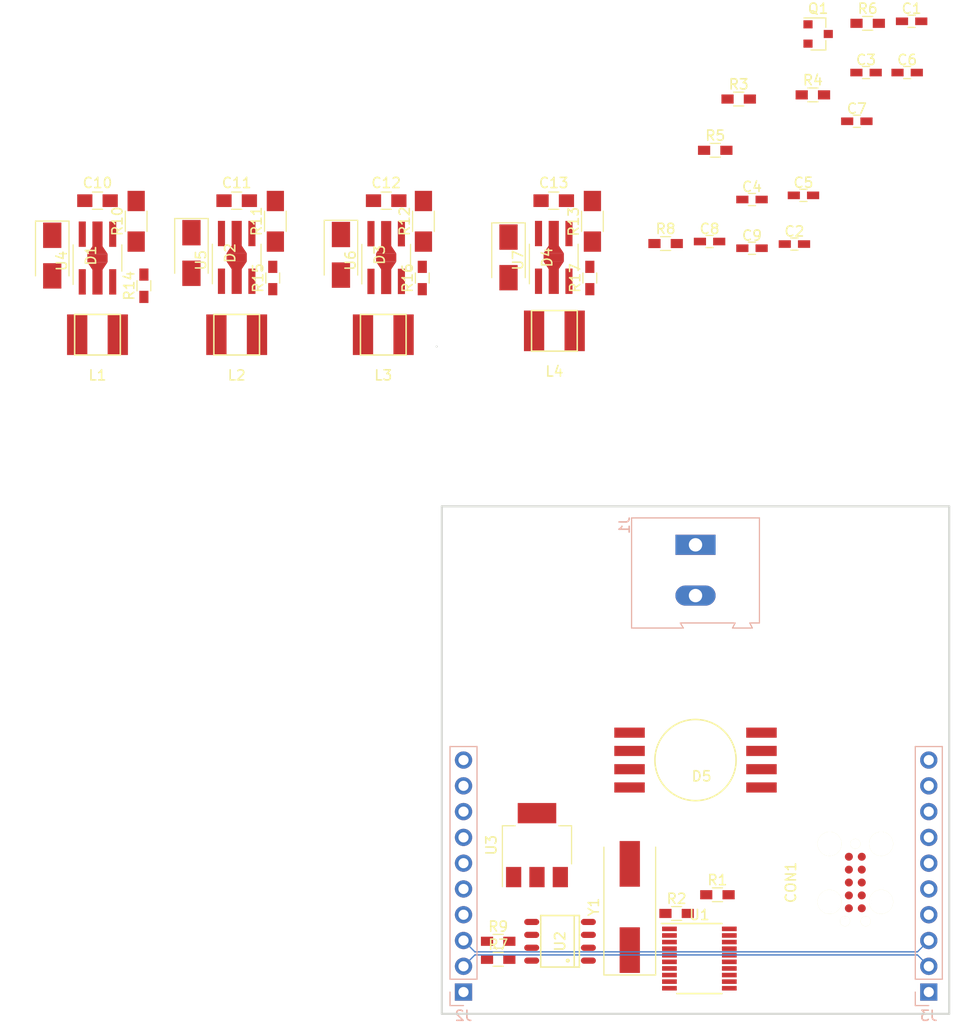
<source format=kicad_pcb>
(kicad_pcb (version 20170123) (host pcbnew "(2017-04-22 revision b38541345)-makepkg")

  (general
    (links 144)
    (no_connects 144)
    (area 81.3565 25 178.095334 126.2825)
    (thickness 1.6)
    (drawings 5)
    (tracks 6)
    (zones 0)
    (modules 52)
    (nets 44)
  )

  (page A4)
  (layers
    (0 F.Cu signal)
    (31 B.Cu signal)
    (32 B.Adhes user)
    (33 F.Adhes user)
    (34 B.Paste user)
    (35 F.Paste user)
    (36 B.SilkS user)
    (37 F.SilkS user)
    (38 B.Mask user)
    (39 F.Mask user)
    (40 Dwgs.User user)
    (41 Cmts.User user)
    (42 Eco1.User user)
    (43 Eco2.User user)
    (44 Edge.Cuts user)
    (45 Margin user)
    (46 B.CrtYd user)
    (47 F.CrtYd user)
    (48 B.Fab user)
    (49 F.Fab user)
  )

  (setup
    (last_trace_width 0.25)
    (trace_clearance 0.2)
    (zone_clearance 0.508)
    (zone_45_only no)
    (trace_min 0.2)
    (segment_width 0.2)
    (edge_width 0.15)
    (via_size 0.8)
    (via_drill 0.4)
    (via_min_size 0.4)
    (via_min_drill 0.3)
    (uvia_size 0.3)
    (uvia_drill 0.1)
    (uvias_allowed no)
    (uvia_min_size 0.2)
    (uvia_min_drill 0.1)
    (pcb_text_width 0.3)
    (pcb_text_size 1.5 1.5)
    (mod_edge_width 0.15)
    (mod_text_size 1 1)
    (mod_text_width 0.15)
    (pad_size 1.524 1.524)
    (pad_drill 0.762)
    (pad_to_mask_clearance 0.2)
    (aux_axis_origin 0 0)
    (visible_elements FFFFFF7F)
    (pcbplotparams
      (layerselection 0x00030_ffffffff)
      (usegerberextensions false)
      (excludeedgelayer true)
      (linewidth 0.100000)
      (plotframeref false)
      (viasonmask false)
      (mode 1)
      (useauxorigin false)
      (hpglpennumber 1)
      (hpglpenspeed 20)
      (hpglpendiameter 15)
      (psnegative false)
      (psa4output false)
      (plotreference true)
      (plotvalue true)
      (plotinvisibletext false)
      (padsonsilk false)
      (subtractmaskfromsilk false)
      (outputformat 1)
      (mirror false)
      (drillshape 1)
      (scaleselection 1)
      (outputdirectory ""))
  )

  (net 0 "")
  (net 1 +3V3)
  (net 2 GND)
  (net 3 "Net-(C3-Pad1)")
  (net 4 "Net-(C4-Pad1)")
  (net 5 +5V)
  (net 6 VCC)
  (net 7 /RS485_RX)
  (net 8 /SWDIO)
  (net 9 /#RESET)
  (net 10 /RS485_TX)
  (net 11 /TESTMODE)
  (net 12 /SWCLK)
  (net 13 "Net-(D1-Pad2)")
  (net 14 "Net-(D2-Pad2)")
  (net 15 "Net-(D3-Pad2)")
  (net 16 "Net-(D4-Pad2)")
  (net 17 /rgbw_led_driver/LED_G_A)
  (net 18 /rgbw_led_driver/LED_R_A)
  (net 19 /rgbw_led_driver/LED_B_A)
  (net 20 /rgbw_led_driver/LED_B_K)
  (net 21 /rgbw_led_driver/LED_R_K)
  (net 22 /rgbw_led_driver/LED_G_K)
  (net 23 /rgbw_led_driver/LED_W_A)
  (net 24 /rgbw_led_driver/LED_W_K)
  (net 25 /backplane/RESERVED)
  (net 26 /SPI_CLK)
  (net 27 /RESET_IN)
  (net 28 /SPI_MOSI)
  (net 29 /backplane/DAISY_R_TO_L)
  (net 30 /SPI_MISO)
  (net 31 "Net-(Q1-Pad1)")
  (net 32 "Net-(R1-Pad2)")
  (net 33 /PWM_LED_R)
  (net 34 /PWM_LED_G)
  (net 35 /PWM_LED_B)
  (net 36 /PWM_LED_W)
  (net 37 /RS485_DE)
  (net 38 /RS485_N)
  (net 39 /RS485_P)
  (net 40 "Net-(R2-Pad2)")
  (net 41 "Net-(R6-Pad1)")
  (net 42 "Net-(R7-Pad2)")
  (net 43 "Net-(R9-Pad2)")

  (net_class Default "Dies ist die voreingestellte Netzklasse."
    (clearance 0.2)
    (trace_width 0.25)
    (via_dia 0.8)
    (via_drill 0.4)
    (uvia_dia 0.3)
    (uvia_drill 0.1)
    (add_net +3V3)
    (add_net +5V)
    (add_net /#RESET)
    (add_net /PWM_LED_B)
    (add_net /PWM_LED_G)
    (add_net /PWM_LED_R)
    (add_net /PWM_LED_W)
    (add_net /RESET_IN)
    (add_net /RS485_DE)
    (add_net /RS485_N)
    (add_net /RS485_P)
    (add_net /RS485_RX)
    (add_net /RS485_TX)
    (add_net /SPI_CLK)
    (add_net /SPI_MISO)
    (add_net /SPI_MOSI)
    (add_net /SWCLK)
    (add_net /SWDIO)
    (add_net /TESTMODE)
    (add_net /backplane/DAISY_R_TO_L)
    (add_net /backplane/RESERVED)
    (add_net /rgbw_led_driver/LED_B_A)
    (add_net /rgbw_led_driver/LED_B_K)
    (add_net /rgbw_led_driver/LED_G_A)
    (add_net /rgbw_led_driver/LED_G_K)
    (add_net /rgbw_led_driver/LED_R_A)
    (add_net /rgbw_led_driver/LED_R_K)
    (add_net /rgbw_led_driver/LED_W_A)
    (add_net /rgbw_led_driver/LED_W_K)
    (add_net GND)
    (add_net "Net-(C3-Pad1)")
    (add_net "Net-(C4-Pad1)")
    (add_net "Net-(D1-Pad2)")
    (add_net "Net-(D2-Pad2)")
    (add_net "Net-(D3-Pad2)")
    (add_net "Net-(D4-Pad2)")
    (add_net "Net-(Q1-Pad1)")
    (add_net "Net-(R1-Pad2)")
    (add_net "Net-(R2-Pad2)")
    (add_net "Net-(R6-Pad1)")
    (add_net "Net-(R7-Pad2)")
    (add_net "Net-(R9-Pad2)")
    (add_net VCC)
  )

  (module Capacitors_SMD:C_0603_HandSoldering (layer F.Cu) (tedit 58AA848B) (tstamp 59066FE2)
    (at 171.295952 27.2075)
    (descr "Capacitor SMD 0603, hand soldering")
    (tags "capacitor 0603")
    (path /59082E4A)
    (attr smd)
    (fp_text reference C1 (at 0 -1.25) (layer F.SilkS)
      (effects (font (size 1 1) (thickness 0.15)))
    )
    (fp_text value 100n (at 0 1.5) (layer F.Fab)
      (effects (font (size 1 1) (thickness 0.15)))
    )
    (fp_text user %R (at 0 -1.25) (layer F.Fab)
      (effects (font (size 1 1) (thickness 0.15)))
    )
    (fp_line (start -0.8 0.4) (end -0.8 -0.4) (layer F.Fab) (width 0.1))
    (fp_line (start 0.8 0.4) (end -0.8 0.4) (layer F.Fab) (width 0.1))
    (fp_line (start 0.8 -0.4) (end 0.8 0.4) (layer F.Fab) (width 0.1))
    (fp_line (start -0.8 -0.4) (end 0.8 -0.4) (layer F.Fab) (width 0.1))
    (fp_line (start -0.35 -0.6) (end 0.35 -0.6) (layer F.SilkS) (width 0.12))
    (fp_line (start 0.35 0.6) (end -0.35 0.6) (layer F.SilkS) (width 0.12))
    (fp_line (start -1.8 -0.65) (end 1.8 -0.65) (layer F.CrtYd) (width 0.05))
    (fp_line (start -1.8 -0.65) (end -1.8 0.65) (layer F.CrtYd) (width 0.05))
    (fp_line (start 1.8 0.65) (end 1.8 -0.65) (layer F.CrtYd) (width 0.05))
    (fp_line (start 1.8 0.65) (end -1.8 0.65) (layer F.CrtYd) (width 0.05))
    (pad 1 smd rect (at -0.95 0) (size 1.2 0.75) (layers F.Cu F.Paste F.Mask)
      (net 1 +3V3))
    (pad 2 smd rect (at 0.95 0) (size 1.2 0.75) (layers F.Cu F.Paste F.Mask)
      (net 2 GND))
    (model Capacitors_SMD.3dshapes/C_0603.wrl
      (at (xyz 0 0 0))
      (scale (xyz 1 1 1))
      (rotate (xyz 0 0 0))
    )
  )

  (module Capacitors_SMD:C_0603_HandSoldering (layer F.Cu) (tedit 58AA848B) (tstamp 59066FF3)
    (at 159.745952 49.1575)
    (descr "Capacitor SMD 0603, hand soldering")
    (tags "capacitor 0603")
    (path /590830BA)
    (attr smd)
    (fp_text reference C2 (at 0 -1.25) (layer F.SilkS)
      (effects (font (size 1 1) (thickness 0.15)))
    )
    (fp_text value 100n (at 0 1.5) (layer F.Fab)
      (effects (font (size 1 1) (thickness 0.15)))
    )
    (fp_line (start 1.8 0.65) (end -1.8 0.65) (layer F.CrtYd) (width 0.05))
    (fp_line (start 1.8 0.65) (end 1.8 -0.65) (layer F.CrtYd) (width 0.05))
    (fp_line (start -1.8 -0.65) (end -1.8 0.65) (layer F.CrtYd) (width 0.05))
    (fp_line (start -1.8 -0.65) (end 1.8 -0.65) (layer F.CrtYd) (width 0.05))
    (fp_line (start 0.35 0.6) (end -0.35 0.6) (layer F.SilkS) (width 0.12))
    (fp_line (start -0.35 -0.6) (end 0.35 -0.6) (layer F.SilkS) (width 0.12))
    (fp_line (start -0.8 -0.4) (end 0.8 -0.4) (layer F.Fab) (width 0.1))
    (fp_line (start 0.8 -0.4) (end 0.8 0.4) (layer F.Fab) (width 0.1))
    (fp_line (start 0.8 0.4) (end -0.8 0.4) (layer F.Fab) (width 0.1))
    (fp_line (start -0.8 0.4) (end -0.8 -0.4) (layer F.Fab) (width 0.1))
    (fp_text user %R (at 0 -1.25) (layer F.Fab)
      (effects (font (size 1 1) (thickness 0.15)))
    )
    (pad 2 smd rect (at 0.95 0) (size 1.2 0.75) (layers F.Cu F.Paste F.Mask)
      (net 2 GND))
    (pad 1 smd rect (at -0.95 0) (size 1.2 0.75) (layers F.Cu F.Paste F.Mask)
      (net 1 +3V3))
    (model Capacitors_SMD.3dshapes/C_0603.wrl
      (at (xyz 0 0 0))
      (scale (xyz 1 1 1))
      (rotate (xyz 0 0 0))
    )
  )

  (module Capacitors_SMD:C_0603_HandSoldering (layer F.Cu) (tedit 58AA848B) (tstamp 59067004)
    (at 166.805001 32.2575)
    (descr "Capacitor SMD 0603, hand soldering")
    (tags "capacitor 0603")
    (path /58FDD230)
    (attr smd)
    (fp_text reference C3 (at 0 -1.25) (layer F.SilkS)
      (effects (font (size 1 1) (thickness 0.15)))
    )
    (fp_text value 20p (at 0 1.5) (layer F.Fab)
      (effects (font (size 1 1) (thickness 0.15)))
    )
    (fp_line (start 1.8 0.65) (end -1.8 0.65) (layer F.CrtYd) (width 0.05))
    (fp_line (start 1.8 0.65) (end 1.8 -0.65) (layer F.CrtYd) (width 0.05))
    (fp_line (start -1.8 -0.65) (end -1.8 0.65) (layer F.CrtYd) (width 0.05))
    (fp_line (start -1.8 -0.65) (end 1.8 -0.65) (layer F.CrtYd) (width 0.05))
    (fp_line (start 0.35 0.6) (end -0.35 0.6) (layer F.SilkS) (width 0.12))
    (fp_line (start -0.35 -0.6) (end 0.35 -0.6) (layer F.SilkS) (width 0.12))
    (fp_line (start -0.8 -0.4) (end 0.8 -0.4) (layer F.Fab) (width 0.1))
    (fp_line (start 0.8 -0.4) (end 0.8 0.4) (layer F.Fab) (width 0.1))
    (fp_line (start 0.8 0.4) (end -0.8 0.4) (layer F.Fab) (width 0.1))
    (fp_line (start -0.8 0.4) (end -0.8 -0.4) (layer F.Fab) (width 0.1))
    (fp_text user %R (at 0 -1.25) (layer F.Fab)
      (effects (font (size 1 1) (thickness 0.15)))
    )
    (pad 2 smd rect (at 0.95 0) (size 1.2 0.75) (layers F.Cu F.Paste F.Mask)
      (net 2 GND))
    (pad 1 smd rect (at -0.95 0) (size 1.2 0.75) (layers F.Cu F.Paste F.Mask)
      (net 3 "Net-(C3-Pad1)"))
    (model Capacitors_SMD.3dshapes/C_0603.wrl
      (at (xyz 0 0 0))
      (scale (xyz 1 1 1))
      (rotate (xyz 0 0 0))
    )
  )

  (module Capacitors_SMD:C_0603_HandSoldering (layer F.Cu) (tedit 58AA848B) (tstamp 59067015)
    (at 155.565001 44.7675)
    (descr "Capacitor SMD 0603, hand soldering")
    (tags "capacitor 0603")
    (path /58FDD068)
    (attr smd)
    (fp_text reference C4 (at 0 -1.25) (layer F.SilkS)
      (effects (font (size 1 1) (thickness 0.15)))
    )
    (fp_text value 20p (at 0 1.5) (layer F.Fab)
      (effects (font (size 1 1) (thickness 0.15)))
    )
    (fp_text user %R (at 0 -1.25) (layer F.Fab)
      (effects (font (size 1 1) (thickness 0.15)))
    )
    (fp_line (start -0.8 0.4) (end -0.8 -0.4) (layer F.Fab) (width 0.1))
    (fp_line (start 0.8 0.4) (end -0.8 0.4) (layer F.Fab) (width 0.1))
    (fp_line (start 0.8 -0.4) (end 0.8 0.4) (layer F.Fab) (width 0.1))
    (fp_line (start -0.8 -0.4) (end 0.8 -0.4) (layer F.Fab) (width 0.1))
    (fp_line (start -0.35 -0.6) (end 0.35 -0.6) (layer F.SilkS) (width 0.12))
    (fp_line (start 0.35 0.6) (end -0.35 0.6) (layer F.SilkS) (width 0.12))
    (fp_line (start -1.8 -0.65) (end 1.8 -0.65) (layer F.CrtYd) (width 0.05))
    (fp_line (start -1.8 -0.65) (end -1.8 0.65) (layer F.CrtYd) (width 0.05))
    (fp_line (start 1.8 0.65) (end 1.8 -0.65) (layer F.CrtYd) (width 0.05))
    (fp_line (start 1.8 0.65) (end -1.8 0.65) (layer F.CrtYd) (width 0.05))
    (pad 1 smd rect (at -0.95 0) (size 1.2 0.75) (layers F.Cu F.Paste F.Mask)
      (net 4 "Net-(C4-Pad1)"))
    (pad 2 smd rect (at 0.95 0) (size 1.2 0.75) (layers F.Cu F.Paste F.Mask)
      (net 2 GND))
    (model Capacitors_SMD.3dshapes/C_0603.wrl
      (at (xyz 0 0 0))
      (scale (xyz 1 1 1))
      (rotate (xyz 0 0 0))
    )
  )

  (module Capacitors_SMD:C_0603_HandSoldering (layer F.Cu) (tedit 58AA848B) (tstamp 59067026)
    (at 160.635952 44.3575)
    (descr "Capacitor SMD 0603, hand soldering")
    (tags "capacitor 0603")
    (path /58FD0471)
    (attr smd)
    (fp_text reference C5 (at 0 -1.25) (layer F.SilkS)
      (effects (font (size 1 1) (thickness 0.15)))
    )
    (fp_text value 100n (at 0 1.5) (layer F.Fab)
      (effects (font (size 1 1) (thickness 0.15)))
    )
    (fp_line (start 1.8 0.65) (end -1.8 0.65) (layer F.CrtYd) (width 0.05))
    (fp_line (start 1.8 0.65) (end 1.8 -0.65) (layer F.CrtYd) (width 0.05))
    (fp_line (start -1.8 -0.65) (end -1.8 0.65) (layer F.CrtYd) (width 0.05))
    (fp_line (start -1.8 -0.65) (end 1.8 -0.65) (layer F.CrtYd) (width 0.05))
    (fp_line (start 0.35 0.6) (end -0.35 0.6) (layer F.SilkS) (width 0.12))
    (fp_line (start -0.35 -0.6) (end 0.35 -0.6) (layer F.SilkS) (width 0.12))
    (fp_line (start -0.8 -0.4) (end 0.8 -0.4) (layer F.Fab) (width 0.1))
    (fp_line (start 0.8 -0.4) (end 0.8 0.4) (layer F.Fab) (width 0.1))
    (fp_line (start 0.8 0.4) (end -0.8 0.4) (layer F.Fab) (width 0.1))
    (fp_line (start -0.8 0.4) (end -0.8 -0.4) (layer F.Fab) (width 0.1))
    (fp_text user %R (at 0 -1.25) (layer F.Fab)
      (effects (font (size 1 1) (thickness 0.15)))
    )
    (pad 2 smd rect (at 0.95 0) (size 1.2 0.75) (layers F.Cu F.Paste F.Mask)
      (net 2 GND))
    (pad 1 smd rect (at -0.95 0) (size 1.2 0.75) (layers F.Cu F.Paste F.Mask)
      (net 5 +5V))
    (model Capacitors_SMD.3dshapes/C_0603.wrl
      (at (xyz 0 0 0))
      (scale (xyz 1 1 1))
      (rotate (xyz 0 0 0))
    )
  )

  (module Capacitors_SMD:C_0603_HandSoldering (layer F.Cu) (tedit 58AA848B) (tstamp 59067037)
    (at 170.855001 32.2575)
    (descr "Capacitor SMD 0603, hand soldering")
    (tags "capacitor 0603")
    (path /58FD0428)
    (attr smd)
    (fp_text reference C6 (at 0 -1.25) (layer F.SilkS)
      (effects (font (size 1 1) (thickness 0.15)))
    )
    (fp_text value 1u (at 0 1.5) (layer F.Fab)
      (effects (font (size 1 1) (thickness 0.15)))
    )
    (fp_text user %R (at 0 -1.25) (layer F.Fab)
      (effects (font (size 1 1) (thickness 0.15)))
    )
    (fp_line (start -0.8 0.4) (end -0.8 -0.4) (layer F.Fab) (width 0.1))
    (fp_line (start 0.8 0.4) (end -0.8 0.4) (layer F.Fab) (width 0.1))
    (fp_line (start 0.8 -0.4) (end 0.8 0.4) (layer F.Fab) (width 0.1))
    (fp_line (start -0.8 -0.4) (end 0.8 -0.4) (layer F.Fab) (width 0.1))
    (fp_line (start -0.35 -0.6) (end 0.35 -0.6) (layer F.SilkS) (width 0.12))
    (fp_line (start 0.35 0.6) (end -0.35 0.6) (layer F.SilkS) (width 0.12))
    (fp_line (start -1.8 -0.65) (end 1.8 -0.65) (layer F.CrtYd) (width 0.05))
    (fp_line (start -1.8 -0.65) (end -1.8 0.65) (layer F.CrtYd) (width 0.05))
    (fp_line (start 1.8 0.65) (end 1.8 -0.65) (layer F.CrtYd) (width 0.05))
    (fp_line (start 1.8 0.65) (end -1.8 0.65) (layer F.CrtYd) (width 0.05))
    (pad 1 smd rect (at -0.95 0) (size 1.2 0.75) (layers F.Cu F.Paste F.Mask)
      (net 5 +5V))
    (pad 2 smd rect (at 0.95 0) (size 1.2 0.75) (layers F.Cu F.Paste F.Mask)
      (net 2 GND))
    (model Capacitors_SMD.3dshapes/C_0603.wrl
      (at (xyz 0 0 0))
      (scale (xyz 1 1 1))
      (rotate (xyz 0 0 0))
    )
  )

  (module Capacitors_SMD:C_0603_HandSoldering (layer F.Cu) (tedit 58AA848B) (tstamp 59067048)
    (at 165.895952 37.0575)
    (descr "Capacitor SMD 0603, hand soldering")
    (tags "capacitor 0603")
    (path /58FD0427)
    (attr smd)
    (fp_text reference C7 (at 0 -1.25) (layer F.SilkS)
      (effects (font (size 1 1) (thickness 0.15)))
    )
    (fp_text value 100n (at 0 1.5) (layer F.Fab)
      (effects (font (size 1 1) (thickness 0.15)))
    )
    (fp_line (start 1.8 0.65) (end -1.8 0.65) (layer F.CrtYd) (width 0.05))
    (fp_line (start 1.8 0.65) (end 1.8 -0.65) (layer F.CrtYd) (width 0.05))
    (fp_line (start -1.8 -0.65) (end -1.8 0.65) (layer F.CrtYd) (width 0.05))
    (fp_line (start -1.8 -0.65) (end 1.8 -0.65) (layer F.CrtYd) (width 0.05))
    (fp_line (start 0.35 0.6) (end -0.35 0.6) (layer F.SilkS) (width 0.12))
    (fp_line (start -0.35 -0.6) (end 0.35 -0.6) (layer F.SilkS) (width 0.12))
    (fp_line (start -0.8 -0.4) (end 0.8 -0.4) (layer F.Fab) (width 0.1))
    (fp_line (start 0.8 -0.4) (end 0.8 0.4) (layer F.Fab) (width 0.1))
    (fp_line (start 0.8 0.4) (end -0.8 0.4) (layer F.Fab) (width 0.1))
    (fp_line (start -0.8 0.4) (end -0.8 -0.4) (layer F.Fab) (width 0.1))
    (fp_text user %R (at 0 -1.25) (layer F.Fab)
      (effects (font (size 1 1) (thickness 0.15)))
    )
    (pad 2 smd rect (at 0.95 0) (size 1.2 0.75) (layers F.Cu F.Paste F.Mask)
      (net 2 GND))
    (pad 1 smd rect (at -0.95 0) (size 1.2 0.75) (layers F.Cu F.Paste F.Mask)
      (net 5 +5V))
    (model Capacitors_SMD.3dshapes/C_0603.wrl
      (at (xyz 0 0 0))
      (scale (xyz 1 1 1))
      (rotate (xyz 0 0 0))
    )
  )

  (module Capacitors_SMD:C_0603_HandSoldering (layer F.Cu) (tedit 58AA848B) (tstamp 59067059)
    (at 151.385952 48.9075)
    (descr "Capacitor SMD 0603, hand soldering")
    (tags "capacitor 0603")
    (path /58FD0429)
    (attr smd)
    (fp_text reference C8 (at 0 -1.25) (layer F.SilkS)
      (effects (font (size 1 1) (thickness 0.15)))
    )
    (fp_text value 100n (at 0 1.5) (layer F.Fab)
      (effects (font (size 1 1) (thickness 0.15)))
    )
    (fp_line (start 1.8 0.65) (end -1.8 0.65) (layer F.CrtYd) (width 0.05))
    (fp_line (start 1.8 0.65) (end 1.8 -0.65) (layer F.CrtYd) (width 0.05))
    (fp_line (start -1.8 -0.65) (end -1.8 0.65) (layer F.CrtYd) (width 0.05))
    (fp_line (start -1.8 -0.65) (end 1.8 -0.65) (layer F.CrtYd) (width 0.05))
    (fp_line (start 0.35 0.6) (end -0.35 0.6) (layer F.SilkS) (width 0.12))
    (fp_line (start -0.35 -0.6) (end 0.35 -0.6) (layer F.SilkS) (width 0.12))
    (fp_line (start -0.8 -0.4) (end 0.8 -0.4) (layer F.Fab) (width 0.1))
    (fp_line (start 0.8 -0.4) (end 0.8 0.4) (layer F.Fab) (width 0.1))
    (fp_line (start 0.8 0.4) (end -0.8 0.4) (layer F.Fab) (width 0.1))
    (fp_line (start -0.8 0.4) (end -0.8 -0.4) (layer F.Fab) (width 0.1))
    (fp_text user %R (at 0 -1.25) (layer F.Fab)
      (effects (font (size 1 1) (thickness 0.15)))
    )
    (pad 2 smd rect (at 0.95 0) (size 1.2 0.75) (layers F.Cu F.Paste F.Mask)
      (net 2 GND))
    (pad 1 smd rect (at -0.95 0) (size 1.2 0.75) (layers F.Cu F.Paste F.Mask)
      (net 1 +3V3))
    (model Capacitors_SMD.3dshapes/C_0603.wrl
      (at (xyz 0 0 0))
      (scale (xyz 1 1 1))
      (rotate (xyz 0 0 0))
    )
  )

  (module Capacitors_SMD:C_0603_HandSoldering (layer F.Cu) (tedit 58AA848B) (tstamp 5906706A)
    (at 155.565001 49.5675)
    (descr "Capacitor SMD 0603, hand soldering")
    (tags "capacitor 0603")
    (path /58FD042A)
    (attr smd)
    (fp_text reference C9 (at 0 -1.25) (layer F.SilkS)
      (effects (font (size 1 1) (thickness 0.15)))
    )
    (fp_text value 1u (at 0 1.5) (layer F.Fab)
      (effects (font (size 1 1) (thickness 0.15)))
    )
    (fp_text user %R (at 0 -1.25) (layer F.Fab)
      (effects (font (size 1 1) (thickness 0.15)))
    )
    (fp_line (start -0.8 0.4) (end -0.8 -0.4) (layer F.Fab) (width 0.1))
    (fp_line (start 0.8 0.4) (end -0.8 0.4) (layer F.Fab) (width 0.1))
    (fp_line (start 0.8 -0.4) (end 0.8 0.4) (layer F.Fab) (width 0.1))
    (fp_line (start -0.8 -0.4) (end 0.8 -0.4) (layer F.Fab) (width 0.1))
    (fp_line (start -0.35 -0.6) (end 0.35 -0.6) (layer F.SilkS) (width 0.12))
    (fp_line (start 0.35 0.6) (end -0.35 0.6) (layer F.SilkS) (width 0.12))
    (fp_line (start -1.8 -0.65) (end 1.8 -0.65) (layer F.CrtYd) (width 0.05))
    (fp_line (start -1.8 -0.65) (end -1.8 0.65) (layer F.CrtYd) (width 0.05))
    (fp_line (start 1.8 0.65) (end 1.8 -0.65) (layer F.CrtYd) (width 0.05))
    (fp_line (start 1.8 0.65) (end -1.8 0.65) (layer F.CrtYd) (width 0.05))
    (pad 1 smd rect (at -0.95 0) (size 1.2 0.75) (layers F.Cu F.Paste F.Mask)
      (net 1 +3V3))
    (pad 2 smd rect (at 0.95 0) (size 1.2 0.75) (layers F.Cu F.Paste F.Mask)
      (net 2 GND))
    (model Capacitors_SMD.3dshapes/C_0603.wrl
      (at (xyz 0 0 0))
      (scale (xyz 1 1 1))
      (rotate (xyz 0 0 0))
    )
  )

  (module Capacitors_SMD:C_0805_HandSoldering (layer F.Cu) (tedit 58AA84A8) (tstamp 5906707B)
    (at 91.072 44.882)
    (descr "Capacitor SMD 0805, hand soldering")
    (tags "capacitor 0805")
    (path /58FD6443/58FD6B59)
    (attr smd)
    (fp_text reference C10 (at 0 -1.75) (layer F.SilkS)
      (effects (font (size 1 1) (thickness 0.15)))
    )
    (fp_text value 100n (at 0 1.75) (layer F.Fab)
      (effects (font (size 1 1) (thickness 0.15)))
    )
    (fp_line (start 2.25 0.87) (end -2.25 0.87) (layer F.CrtYd) (width 0.05))
    (fp_line (start 2.25 0.87) (end 2.25 -0.88) (layer F.CrtYd) (width 0.05))
    (fp_line (start -2.25 -0.88) (end -2.25 0.87) (layer F.CrtYd) (width 0.05))
    (fp_line (start -2.25 -0.88) (end 2.25 -0.88) (layer F.CrtYd) (width 0.05))
    (fp_line (start -0.5 0.85) (end 0.5 0.85) (layer F.SilkS) (width 0.12))
    (fp_line (start 0.5 -0.85) (end -0.5 -0.85) (layer F.SilkS) (width 0.12))
    (fp_line (start -1 -0.62) (end 1 -0.62) (layer F.Fab) (width 0.1))
    (fp_line (start 1 -0.62) (end 1 0.62) (layer F.Fab) (width 0.1))
    (fp_line (start 1 0.62) (end -1 0.62) (layer F.Fab) (width 0.1))
    (fp_line (start -1 0.62) (end -1 -0.62) (layer F.Fab) (width 0.1))
    (fp_text user %R (at 0 -1.75) (layer F.Fab)
      (effects (font (size 1 1) (thickness 0.15)))
    )
    (pad 2 smd rect (at 1.25 0) (size 1.5 1.25) (layers F.Cu F.Paste F.Mask)
      (net 2 GND))
    (pad 1 smd rect (at -1.25 0) (size 1.5 1.25) (layers F.Cu F.Paste F.Mask)
      (net 6 VCC))
    (model Capacitors_SMD.3dshapes/C_0805.wrl
      (at (xyz 0 0 0))
      (scale (xyz 1 1 1))
      (rotate (xyz 0 0 0))
    )
  )

  (module Capacitors_SMD:C_0805_HandSoldering (layer F.Cu) (tedit 58AA84A8) (tstamp 5906708C)
    (at 104.788 44.882)
    (descr "Capacitor SMD 0805, hand soldering")
    (tags "capacitor 0805")
    (path /58FD6443/58FD6B60)
    (attr smd)
    (fp_text reference C11 (at 0 -1.75) (layer F.SilkS)
      (effects (font (size 1 1) (thickness 0.15)))
    )
    (fp_text value 100n (at 0 1.75) (layer F.Fab)
      (effects (font (size 1 1) (thickness 0.15)))
    )
    (fp_text user %R (at 0 -1.75) (layer F.Fab)
      (effects (font (size 1 1) (thickness 0.15)))
    )
    (fp_line (start -1 0.62) (end -1 -0.62) (layer F.Fab) (width 0.1))
    (fp_line (start 1 0.62) (end -1 0.62) (layer F.Fab) (width 0.1))
    (fp_line (start 1 -0.62) (end 1 0.62) (layer F.Fab) (width 0.1))
    (fp_line (start -1 -0.62) (end 1 -0.62) (layer F.Fab) (width 0.1))
    (fp_line (start 0.5 -0.85) (end -0.5 -0.85) (layer F.SilkS) (width 0.12))
    (fp_line (start -0.5 0.85) (end 0.5 0.85) (layer F.SilkS) (width 0.12))
    (fp_line (start -2.25 -0.88) (end 2.25 -0.88) (layer F.CrtYd) (width 0.05))
    (fp_line (start -2.25 -0.88) (end -2.25 0.87) (layer F.CrtYd) (width 0.05))
    (fp_line (start 2.25 0.87) (end 2.25 -0.88) (layer F.CrtYd) (width 0.05))
    (fp_line (start 2.25 0.87) (end -2.25 0.87) (layer F.CrtYd) (width 0.05))
    (pad 1 smd rect (at -1.25 0) (size 1.5 1.25) (layers F.Cu F.Paste F.Mask)
      (net 6 VCC))
    (pad 2 smd rect (at 1.25 0) (size 1.5 1.25) (layers F.Cu F.Paste F.Mask)
      (net 2 GND))
    (model Capacitors_SMD.3dshapes/C_0805.wrl
      (at (xyz 0 0 0))
      (scale (xyz 1 1 1))
      (rotate (xyz 0 0 0))
    )
  )

  (module Capacitors_SMD:C_0805_HandSoldering (layer F.Cu) (tedit 58AA84A8) (tstamp 5906709D)
    (at 119.52 44.882)
    (descr "Capacitor SMD 0805, hand soldering")
    (tags "capacitor 0805")
    (path /58FD6443/58FD6B67)
    (attr smd)
    (fp_text reference C12 (at 0 -1.75) (layer F.SilkS)
      (effects (font (size 1 1) (thickness 0.15)))
    )
    (fp_text value 100n (at 0 1.75) (layer F.Fab)
      (effects (font (size 1 1) (thickness 0.15)))
    )
    (fp_text user %R (at 0 -1.75) (layer F.Fab)
      (effects (font (size 1 1) (thickness 0.15)))
    )
    (fp_line (start -1 0.62) (end -1 -0.62) (layer F.Fab) (width 0.1))
    (fp_line (start 1 0.62) (end -1 0.62) (layer F.Fab) (width 0.1))
    (fp_line (start 1 -0.62) (end 1 0.62) (layer F.Fab) (width 0.1))
    (fp_line (start -1 -0.62) (end 1 -0.62) (layer F.Fab) (width 0.1))
    (fp_line (start 0.5 -0.85) (end -0.5 -0.85) (layer F.SilkS) (width 0.12))
    (fp_line (start -0.5 0.85) (end 0.5 0.85) (layer F.SilkS) (width 0.12))
    (fp_line (start -2.25 -0.88) (end 2.25 -0.88) (layer F.CrtYd) (width 0.05))
    (fp_line (start -2.25 -0.88) (end -2.25 0.87) (layer F.CrtYd) (width 0.05))
    (fp_line (start 2.25 0.87) (end 2.25 -0.88) (layer F.CrtYd) (width 0.05))
    (fp_line (start 2.25 0.87) (end -2.25 0.87) (layer F.CrtYd) (width 0.05))
    (pad 1 smd rect (at -1.25 0) (size 1.5 1.25) (layers F.Cu F.Paste F.Mask)
      (net 6 VCC))
    (pad 2 smd rect (at 1.25 0) (size 1.5 1.25) (layers F.Cu F.Paste F.Mask)
      (net 2 GND))
    (model Capacitors_SMD.3dshapes/C_0805.wrl
      (at (xyz 0 0 0))
      (scale (xyz 1 1 1))
      (rotate (xyz 0 0 0))
    )
  )

  (module Capacitors_SMD:C_0805_HandSoldering (layer F.Cu) (tedit 58AA84A8) (tstamp 590670AE)
    (at 136.03 44.882)
    (descr "Capacitor SMD 0805, hand soldering")
    (tags "capacitor 0805")
    (path /58FD6443/58FD7027)
    (attr smd)
    (fp_text reference C13 (at 0 -1.75) (layer F.SilkS)
      (effects (font (size 1 1) (thickness 0.15)))
    )
    (fp_text value 100n (at 0 1.75) (layer F.Fab)
      (effects (font (size 1 1) (thickness 0.15)))
    )
    (fp_text user %R (at 0 -1.75) (layer F.Fab)
      (effects (font (size 1 1) (thickness 0.15)))
    )
    (fp_line (start -1 0.62) (end -1 -0.62) (layer F.Fab) (width 0.1))
    (fp_line (start 1 0.62) (end -1 0.62) (layer F.Fab) (width 0.1))
    (fp_line (start 1 -0.62) (end 1 0.62) (layer F.Fab) (width 0.1))
    (fp_line (start -1 -0.62) (end 1 -0.62) (layer F.Fab) (width 0.1))
    (fp_line (start 0.5 -0.85) (end -0.5 -0.85) (layer F.SilkS) (width 0.12))
    (fp_line (start -0.5 0.85) (end 0.5 0.85) (layer F.SilkS) (width 0.12))
    (fp_line (start -2.25 -0.88) (end 2.25 -0.88) (layer F.CrtYd) (width 0.05))
    (fp_line (start -2.25 -0.88) (end -2.25 0.87) (layer F.CrtYd) (width 0.05))
    (fp_line (start 2.25 0.87) (end 2.25 -0.88) (layer F.CrtYd) (width 0.05))
    (fp_line (start 2.25 0.87) (end -2.25 0.87) (layer F.CrtYd) (width 0.05))
    (pad 1 smd rect (at -1.25 0) (size 1.5 1.25) (layers F.Cu F.Paste F.Mask)
      (net 6 VCC))
    (pad 2 smd rect (at 1.25 0) (size 1.5 1.25) (layers F.Cu F.Paste F.Mask)
      (net 2 GND))
    (model Capacitors_SMD.3dshapes/C_0805.wrl
      (at (xyz 0 0 0))
      (scale (xyz 1 1 1))
      (rotate (xyz 0 0 0))
    )
  )

  (module proz_connectors:TC2050-IDC (layer F.Cu) (tedit 58F290AD) (tstamp 590670CF)
    (at 165.748 112.065 270)
    (path /58FD16B9)
    (fp_text reference CON1 (at 0 6.35 270) (layer F.SilkS)
      (effects (font (size 1 1) (thickness 0.15)))
    )
    (fp_text value 10PIN_JTAG_SWD (at 0 -6.35 270) (layer F.Fab)
      (effects (font (size 1 1) (thickness 0.15)))
    )
    (fp_line (start 1.1176 4.9276) (end 2.667 4.9276) (layer B.CrtYd) (width 0.15))
    (fp_line (start 2.667 4.9276) (end 2.667 3.5052) (layer B.CrtYd) (width 0.15))
    (fp_line (start 1.1176 4.9276) (end 1.1176 3.5052) (layer B.CrtYd) (width 0.15))
    (fp_line (start -3.048 4.9276) (end -3.048 3.5052) (layer B.CrtYd) (width 0.15))
    (fp_line (start -4.5974 4.9276) (end -3.048 4.9276) (layer B.CrtYd) (width 0.15))
    (fp_line (start -4.5974 4.9276) (end -4.5974 3.5052) (layer B.CrtYd) (width 0.15))
    (fp_line (start 1.1176 -4.9276) (end 1.1176 -3.5052) (layer B.CrtYd) (width 0.15))
    (fp_line (start 2.667 -4.9276) (end 1.1176 -4.9276) (layer B.CrtYd) (width 0.15))
    (fp_line (start 2.667 -4.9276) (end 2.667 -3.5052) (layer B.CrtYd) (width 0.15))
    (fp_line (start -4.5974 -4.9276) (end -4.5974 -3.5052) (layer B.CrtYd) (width 0.15))
    (fp_line (start -3.048 -4.9276) (end -4.5974 -4.9276) (layer B.CrtYd) (width 0.15))
    (fp_line (start -3.048 -4.9276) (end -3.048 -3.5052) (layer B.CrtYd) (width 0.15))
    (pad 3 smd circle (at 0 0.635 270) (size 0.7874 0.7874) (layers F.Cu F.Mask)
      (net 2 GND))
    (pad 8 smd circle (at 0 -0.635 270) (size 0.7874 0.7874) (layers F.Cu F.Mask))
    (pad 9 smd circle (at -1.27 -0.635 270) (size 0.7874 0.7874) (layers F.Cu F.Mask)
      (net 7 /RS485_RX))
    (pad 2 smd circle (at -1.27 0.635 270) (size 0.7874 0.7874) (layers F.Cu F.Mask)
      (net 8 /SWDIO))
    (pad 10 smd circle (at -2.54 -0.635 270) (size 0.7874 0.7874) (layers F.Cu F.Mask)
      (net 9 /#RESET))
    (pad 1 smd circle (at -2.54 0.635 270) (size 0.7874 0.7874) (layers F.Cu F.Mask)
      (net 1 +3V3))
    (pad 7 smd circle (at 1.27 -0.635 270) (size 0.7874 0.7874) (layers F.Cu F.Mask)
      (net 10 /RS485_TX))
    (pad 6 smd circle (at 2.54 -0.635 270) (size 0.7874 0.7874) (layers F.Cu F.Mask))
    (pad 5 smd circle (at 2.54 0.635 270) (size 0.7874 0.7874) (layers F.Cu F.Mask)
      (net 11 /TESTMODE))
    (pad 4 smd circle (at 1.27 0.635 270) (size 0.7874 0.7874) (layers F.Cu F.Mask)
      (net 12 /SWCLK))
    (pad "" np_thru_hole circle (at -3.81 -2.54 270) (size 2.375 2.375) (drill 2.375) (layers *.Cu *.Mask F.SilkS))
    (pad "" np_thru_hole circle (at -3.81 0 270) (size 0.9906 0.9906) (drill 0.9906) (layers *.Cu *.Mask F.SilkS))
    (pad "" np_thru_hole circle (at 3.81 -1.015 270) (size 0.9906 0.9906) (drill 0.9906) (layers *.Cu *.Mask F.SilkS))
    (pad "" np_thru_hole circle (at 3.81 1.015 270) (size 0.9906 0.9906) (drill 0.9906) (layers *.Cu *.Mask F.SilkS))
    (pad "" np_thru_hole circle (at -3.81 2.54 270) (size 2.375 2.375) (drill 2.375) (layers *.Cu *.Mask F.SilkS))
    (pad "" np_thru_hole circle (at 1.905 2.54 270) (size 2.375 2.375) (drill 2.375) (layers *.Cu *.Mask F.SilkS))
    (pad "" np_thru_hole circle (at 1.905 -2.54 270) (size 2.375 2.375) (drill 2.375) (layers *.Cu *.Mask F.SilkS))
  )

  (module Diodes_SMD:D_SMA_Standard (layer F.Cu) (tedit 586432E5) (tstamp 590670E6)
    (at 86.614 50.292 270)
    (descr "Diode SMA")
    (tags "Diode SMA")
    (path /58FD6443/58FD6AB5)
    (attr smd)
    (fp_text reference D1 (at 0 -3.81 270) (layer F.SilkS)
      (effects (font (size 1 1) (thickness 0.15)))
    )
    (fp_text value SS310 (at 0 4.3 270) (layer F.Fab)
      (effects (font (size 1 1) (thickness 0.15)))
    )
    (fp_line (start -3.4 -1.65) (end -3.4 1.65) (layer F.SilkS) (width 0.12))
    (fp_line (start 2.3 1.5) (end -2.3 1.5) (layer F.Fab) (width 0.1))
    (fp_line (start -2.3 1.5) (end -2.3 -1.5) (layer F.Fab) (width 0.1))
    (fp_line (start 2.3 -1.5) (end 2.3 1.5) (layer F.Fab) (width 0.1))
    (fp_line (start 2.3 -1.5) (end -2.3 -1.5) (layer F.Fab) (width 0.1))
    (fp_line (start -3.5 -1.75) (end 3.5 -1.75) (layer F.CrtYd) (width 0.05))
    (fp_line (start 3.5 -1.75) (end 3.5 1.75) (layer F.CrtYd) (width 0.05))
    (fp_line (start 3.5 1.75) (end -3.5 1.75) (layer F.CrtYd) (width 0.05))
    (fp_line (start -3.5 1.75) (end -3.5 -1.75) (layer F.CrtYd) (width 0.05))
    (fp_line (start -0.64944 0.00102) (end -1.55114 0.00102) (layer F.Fab) (width 0.1))
    (fp_line (start 0.50118 0.00102) (end 1.4994 0.00102) (layer F.Fab) (width 0.1))
    (fp_line (start -0.64944 -0.79908) (end -0.64944 0.80112) (layer F.Fab) (width 0.1))
    (fp_line (start 0.50118 0.75032) (end 0.50118 -0.79908) (layer F.Fab) (width 0.1))
    (fp_line (start -0.64944 0.00102) (end 0.50118 0.75032) (layer F.Fab) (width 0.1))
    (fp_line (start -0.64944 0.00102) (end 0.50118 -0.79908) (layer F.Fab) (width 0.1))
    (fp_line (start -3.4 1.65) (end 2 1.65) (layer F.SilkS) (width 0.12))
    (fp_line (start -3.4 -1.65) (end 2 -1.65) (layer F.SilkS) (width 0.12))
    (pad 1 smd rect (at -2 0 270) (size 2.5 1.8) (layers F.Cu F.Paste F.Mask)
      (net 6 VCC))
    (pad 2 smd rect (at 2 0 270) (size 2.5 1.8) (layers F.Cu F.Paste F.Mask)
      (net 13 "Net-(D1-Pad2)"))
    (model Diodes_SMD.3dshapes/D_SMA_Standard.wrl
      (at (xyz 0 0 0))
      (scale (xyz 1 1 1))
      (rotate (xyz 0 0 0))
    )
  )

  (module Diodes_SMD:D_SMA_Standard (layer F.Cu) (tedit 586432E5) (tstamp 590670FD)
    (at 100.33 50.038 270)
    (descr "Diode SMA")
    (tags "Diode SMA")
    (path /58FD6443/58FD6AEE)
    (attr smd)
    (fp_text reference D2 (at 0 -3.81 270) (layer F.SilkS)
      (effects (font (size 1 1) (thickness 0.15)))
    )
    (fp_text value SS310 (at 0 4.3 270) (layer F.Fab)
      (effects (font (size 1 1) (thickness 0.15)))
    )
    (fp_line (start -3.4 -1.65) (end -3.4 1.65) (layer F.SilkS) (width 0.12))
    (fp_line (start 2.3 1.5) (end -2.3 1.5) (layer F.Fab) (width 0.1))
    (fp_line (start -2.3 1.5) (end -2.3 -1.5) (layer F.Fab) (width 0.1))
    (fp_line (start 2.3 -1.5) (end 2.3 1.5) (layer F.Fab) (width 0.1))
    (fp_line (start 2.3 -1.5) (end -2.3 -1.5) (layer F.Fab) (width 0.1))
    (fp_line (start -3.5 -1.75) (end 3.5 -1.75) (layer F.CrtYd) (width 0.05))
    (fp_line (start 3.5 -1.75) (end 3.5 1.75) (layer F.CrtYd) (width 0.05))
    (fp_line (start 3.5 1.75) (end -3.5 1.75) (layer F.CrtYd) (width 0.05))
    (fp_line (start -3.5 1.75) (end -3.5 -1.75) (layer F.CrtYd) (width 0.05))
    (fp_line (start -0.64944 0.00102) (end -1.55114 0.00102) (layer F.Fab) (width 0.1))
    (fp_line (start 0.50118 0.00102) (end 1.4994 0.00102) (layer F.Fab) (width 0.1))
    (fp_line (start -0.64944 -0.79908) (end -0.64944 0.80112) (layer F.Fab) (width 0.1))
    (fp_line (start 0.50118 0.75032) (end 0.50118 -0.79908) (layer F.Fab) (width 0.1))
    (fp_line (start -0.64944 0.00102) (end 0.50118 0.75032) (layer F.Fab) (width 0.1))
    (fp_line (start -0.64944 0.00102) (end 0.50118 -0.79908) (layer F.Fab) (width 0.1))
    (fp_line (start -3.4 1.65) (end 2 1.65) (layer F.SilkS) (width 0.12))
    (fp_line (start -3.4 -1.65) (end 2 -1.65) (layer F.SilkS) (width 0.12))
    (pad 1 smd rect (at -2 0 270) (size 2.5 1.8) (layers F.Cu F.Paste F.Mask)
      (net 6 VCC))
    (pad 2 smd rect (at 2 0 270) (size 2.5 1.8) (layers F.Cu F.Paste F.Mask)
      (net 14 "Net-(D2-Pad2)"))
    (model Diodes_SMD.3dshapes/D_SMA_Standard.wrl
      (at (xyz 0 0 0))
      (scale (xyz 1 1 1))
      (rotate (xyz 0 0 0))
    )
  )

  (module Diodes_SMD:D_SMA_Standard (layer F.Cu) (tedit 586432E5) (tstamp 59067114)
    (at 115.062 50.216 270)
    (descr "Diode SMA")
    (tags "Diode SMA")
    (path /58FD6443/58FD6B27)
    (attr smd)
    (fp_text reference D3 (at 0 -3.81 270) (layer F.SilkS)
      (effects (font (size 1 1) (thickness 0.15)))
    )
    (fp_text value SS310 (at 0 4.3 270) (layer F.Fab)
      (effects (font (size 1 1) (thickness 0.15)))
    )
    (fp_line (start -3.4 -1.65) (end 2 -1.65) (layer F.SilkS) (width 0.12))
    (fp_line (start -3.4 1.65) (end 2 1.65) (layer F.SilkS) (width 0.12))
    (fp_line (start -0.64944 0.00102) (end 0.50118 -0.79908) (layer F.Fab) (width 0.1))
    (fp_line (start -0.64944 0.00102) (end 0.50118 0.75032) (layer F.Fab) (width 0.1))
    (fp_line (start 0.50118 0.75032) (end 0.50118 -0.79908) (layer F.Fab) (width 0.1))
    (fp_line (start -0.64944 -0.79908) (end -0.64944 0.80112) (layer F.Fab) (width 0.1))
    (fp_line (start 0.50118 0.00102) (end 1.4994 0.00102) (layer F.Fab) (width 0.1))
    (fp_line (start -0.64944 0.00102) (end -1.55114 0.00102) (layer F.Fab) (width 0.1))
    (fp_line (start -3.5 1.75) (end -3.5 -1.75) (layer F.CrtYd) (width 0.05))
    (fp_line (start 3.5 1.75) (end -3.5 1.75) (layer F.CrtYd) (width 0.05))
    (fp_line (start 3.5 -1.75) (end 3.5 1.75) (layer F.CrtYd) (width 0.05))
    (fp_line (start -3.5 -1.75) (end 3.5 -1.75) (layer F.CrtYd) (width 0.05))
    (fp_line (start 2.3 -1.5) (end -2.3 -1.5) (layer F.Fab) (width 0.1))
    (fp_line (start 2.3 -1.5) (end 2.3 1.5) (layer F.Fab) (width 0.1))
    (fp_line (start -2.3 1.5) (end -2.3 -1.5) (layer F.Fab) (width 0.1))
    (fp_line (start 2.3 1.5) (end -2.3 1.5) (layer F.Fab) (width 0.1))
    (fp_line (start -3.4 -1.65) (end -3.4 1.65) (layer F.SilkS) (width 0.12))
    (pad 2 smd rect (at 2 0 270) (size 2.5 1.8) (layers F.Cu F.Paste F.Mask)
      (net 15 "Net-(D3-Pad2)"))
    (pad 1 smd rect (at -2 0 270) (size 2.5 1.8) (layers F.Cu F.Paste F.Mask)
      (net 6 VCC))
    (model Diodes_SMD.3dshapes/D_SMA_Standard.wrl
      (at (xyz 0 0 0))
      (scale (xyz 1 1 1))
      (rotate (xyz 0 0 0))
    )
  )

  (module Diodes_SMD:D_SMA_Standard (layer F.Cu) (tedit 586432E5) (tstamp 5906712B)
    (at 131.572 50.47 270)
    (descr "Diode SMA")
    (tags "Diode SMA")
    (path /58FD6443/58FD6FF7)
    (attr smd)
    (fp_text reference D4 (at 0 -3.81 270) (layer F.SilkS)
      (effects (font (size 1 1) (thickness 0.15)))
    )
    (fp_text value SS310 (at 0 4.3 270) (layer F.Fab)
      (effects (font (size 1 1) (thickness 0.15)))
    )
    (fp_line (start -3.4 -1.65) (end 2 -1.65) (layer F.SilkS) (width 0.12))
    (fp_line (start -3.4 1.65) (end 2 1.65) (layer F.SilkS) (width 0.12))
    (fp_line (start -0.64944 0.00102) (end 0.50118 -0.79908) (layer F.Fab) (width 0.1))
    (fp_line (start -0.64944 0.00102) (end 0.50118 0.75032) (layer F.Fab) (width 0.1))
    (fp_line (start 0.50118 0.75032) (end 0.50118 -0.79908) (layer F.Fab) (width 0.1))
    (fp_line (start -0.64944 -0.79908) (end -0.64944 0.80112) (layer F.Fab) (width 0.1))
    (fp_line (start 0.50118 0.00102) (end 1.4994 0.00102) (layer F.Fab) (width 0.1))
    (fp_line (start -0.64944 0.00102) (end -1.55114 0.00102) (layer F.Fab) (width 0.1))
    (fp_line (start -3.5 1.75) (end -3.5 -1.75) (layer F.CrtYd) (width 0.05))
    (fp_line (start 3.5 1.75) (end -3.5 1.75) (layer F.CrtYd) (width 0.05))
    (fp_line (start 3.5 -1.75) (end 3.5 1.75) (layer F.CrtYd) (width 0.05))
    (fp_line (start -3.5 -1.75) (end 3.5 -1.75) (layer F.CrtYd) (width 0.05))
    (fp_line (start 2.3 -1.5) (end -2.3 -1.5) (layer F.Fab) (width 0.1))
    (fp_line (start 2.3 -1.5) (end 2.3 1.5) (layer F.Fab) (width 0.1))
    (fp_line (start -2.3 1.5) (end -2.3 -1.5) (layer F.Fab) (width 0.1))
    (fp_line (start 2.3 1.5) (end -2.3 1.5) (layer F.Fab) (width 0.1))
    (fp_line (start -3.4 -1.65) (end -3.4 1.65) (layer F.SilkS) (width 0.12))
    (pad 2 smd rect (at 2 0 270) (size 2.5 1.8) (layers F.Cu F.Paste F.Mask)
      (net 16 "Net-(D4-Pad2)"))
    (pad 1 smd rect (at -2 0 270) (size 2.5 1.8) (layers F.Cu F.Paste F.Mask)
      (net 6 VCC))
    (model Diodes_SMD.3dshapes/D_SMA_Standard.wrl
      (at (xyz 0 0 0))
      (scale (xyz 1 1 1))
      (rotate (xyz 0 0 0))
    )
  )

  (module proz_led:LED_SMD_RGBW_4W (layer F.Cu) (tedit 58FCB4DF) (tstamp 5906713A)
    (at 150 100)
    (path /58FD6443/58FD65B2)
    (fp_text reference D5 (at 0.6 1.6) (layer F.SilkS)
      (effects (font (size 1 1) (thickness 0.15)))
    )
    (fp_text value LED_RGBW (at 0 -4.8) (layer F.Fab)
      (effects (font (size 1 1) (thickness 0.15)))
    )
    (fp_circle (center 0 0) (end 4 0) (layer F.SilkS) (width 0.15))
    (pad 8 smd rect (at -6.5 -2.7) (size 3 1) (layers F.Cu F.Paste F.Mask)
      (net 17 /rgbw_led_driver/LED_G_A))
    (pad 6 smd rect (at -6.5 0.9) (size 3 1) (layers F.Cu F.Paste F.Mask)
      (net 18 /rgbw_led_driver/LED_R_A))
    (pad 5 smd rect (at -6.5 2.7) (size 3 1) (layers F.Cu F.Paste F.Mask)
      (net 19 /rgbw_led_driver/LED_B_A))
    (pad 4 smd rect (at 6.5 2.7) (size 3 1) (layers F.Cu F.Paste F.Mask)
      (net 20 /rgbw_led_driver/LED_B_K))
    (pad 3 smd rect (at 6.5 0.9) (size 3 1) (layers F.Cu F.Paste F.Mask)
      (net 21 /rgbw_led_driver/LED_R_K))
    (pad 1 smd rect (at 6.5 -2.7) (size 3 1) (layers F.Cu F.Paste F.Mask)
      (net 22 /rgbw_led_driver/LED_G_K))
    (pad "" smd circle (at 0 0) (size 7.5 7.5) (layers F.Mask))
    (pad 7 smd rect (at -6.5 -0.9) (size 3 1) (layers F.Cu F.Paste F.Mask)
      (net 23 /rgbw_led_driver/LED_W_A))
    (pad 2 smd rect (at 6.5 -0.9) (size 3 1) (layers F.Cu F.Paste F.Mask)
      (net 24 /rgbw_led_driver/LED_W_K))
    (pad "" smd circle (at 0 0) (size 9 9) (layers B.Mask))
  )

  (module Connectors:AK300-2 (layer B.Cu) (tedit 587FD45E) (tstamp 590671A0)
    (at 150 78.791 270)
    (descr CONNECTOR)
    (tags CONNECTOR)
    (path /5905F730/5905FBC7)
    (fp_text reference J1 (at -1.92 6.99 270) (layer B.SilkS)
      (effects (font (size 1 1) (thickness 0.15)) (justify mirror))
    )
    (fp_text value Screw_Terminal_1x02 (at 2.78 -7.75 270) (layer B.Fab)
      (effects (font (size 1 1) (thickness 0.15)) (justify mirror))
    )
    (fp_arc (start -1.13 4.65) (end -1.42 4.13) (angle -104.2) (layer B.Fab) (width 0.1))
    (fp_arc (start -0.01 3.71) (end -1.62 5) (angle -100) (layer B.Fab) (width 0.1))
    (fp_arc (start 0.06 6.07) (end 1.53 4.12) (angle -75.5) (layer B.Fab) (width 0.1))
    (fp_arc (start 1.03 4.59) (end 1.53 5.05) (angle -90.5) (layer B.Fab) (width 0.1))
    (fp_arc (start 3.87 4.65) (end 3.58 4.13) (angle -104.2) (layer B.Fab) (width 0.1))
    (fp_arc (start 4.99 3.71) (end 3.39 5) (angle -100) (layer B.Fab) (width 0.1))
    (fp_arc (start 5.07 6.07) (end 6.53 4.12) (angle -75.5) (layer B.Fab) (width 0.1))
    (fp_arc (start 6.03 4.59) (end 6.54 5.05) (angle -90.5) (layer B.Fab) (width 0.1))
    (fp_line (start 3.36 0.25) (end 6.67 0.25) (layer B.Fab) (width 0.1))
    (fp_line (start 2.98 0.25) (end 3.36 0.25) (layer B.Fab) (width 0.1))
    (fp_line (start 7.05 0.25) (end 6.67 0.25) (layer B.Fab) (width 0.1))
    (fp_line (start 6.67 0.64) (end 3.36 0.64) (layer B.Fab) (width 0.1))
    (fp_line (start 7.61 0.64) (end 6.67 0.64) (layer B.Fab) (width 0.1))
    (fp_line (start 1.66 0.64) (end 3.36 0.64) (layer B.Fab) (width 0.1))
    (fp_line (start -1.64 0.64) (end 1.66 0.64) (layer B.Fab) (width 0.1))
    (fp_line (start -2.58 0.64) (end -1.64 0.64) (layer B.Fab) (width 0.1))
    (fp_line (start 1.66 0.25) (end -1.64 0.25) (layer B.Fab) (width 0.1))
    (fp_line (start 2.04 0.25) (end 1.66 0.25) (layer B.Fab) (width 0.1))
    (fp_line (start -2.02 0.25) (end -1.64 0.25) (layer B.Fab) (width 0.1))
    (fp_line (start -1.49 4.32) (end 1.56 4.95) (layer B.Fab) (width 0.1))
    (fp_line (start -1.62 4.45) (end 1.44 5.08) (layer B.Fab) (width 0.1))
    (fp_line (start 3.52 4.32) (end 6.56 4.95) (layer B.Fab) (width 0.1))
    (fp_line (start 3.39 4.45) (end 6.44 5.08) (layer B.Fab) (width 0.1))
    (fp_line (start 2.04 5.97) (end -2.02 5.97) (layer B.Fab) (width 0.1))
    (fp_line (start -2.02 3.43) (end -2.02 5.97) (layer B.Fab) (width 0.1))
    (fp_line (start 2.04 3.43) (end -2.02 3.43) (layer B.Fab) (width 0.1))
    (fp_line (start 2.04 3.43) (end 2.04 5.97) (layer B.Fab) (width 0.1))
    (fp_line (start 7.05 3.43) (end 2.98 3.43) (layer B.Fab) (width 0.1))
    (fp_line (start 7.05 5.97) (end 7.05 3.43) (layer B.Fab) (width 0.1))
    (fp_line (start 2.98 5.97) (end 7.05 5.97) (layer B.Fab) (width 0.1))
    (fp_line (start 2.98 3.43) (end 2.98 5.97) (layer B.Fab) (width 0.1))
    (fp_line (start 7.61 3.17) (end 7.61 1.65) (layer B.Fab) (width 0.1))
    (fp_line (start -2.58 3.17) (end -2.58 6.22) (layer B.Fab) (width 0.1))
    (fp_line (start -2.58 3.17) (end 7.61 3.17) (layer B.Fab) (width 0.1))
    (fp_line (start 7.61 0.64) (end 7.61 -4.06) (layer B.Fab) (width 0.1))
    (fp_line (start 7.61 1.65) (end 7.61 0.64) (layer B.Fab) (width 0.1))
    (fp_line (start -2.58 0.64) (end -2.58 3.17) (layer B.Fab) (width 0.1))
    (fp_line (start -2.58 -6.22) (end -2.58 0.64) (layer B.Fab) (width 0.1))
    (fp_line (start 6.67 -0.51) (end 6.28 -0.51) (layer B.Fab) (width 0.1))
    (fp_line (start 3.36 -0.51) (end 3.74 -0.51) (layer B.Fab) (width 0.1))
    (fp_line (start 1.66 -0.51) (end 1.28 -0.51) (layer B.Fab) (width 0.1))
    (fp_line (start -1.64 -0.51) (end -1.26 -0.51) (layer B.Fab) (width 0.1))
    (fp_line (start -1.64 -3.68) (end -1.64 -0.51) (layer B.Fab) (width 0.1))
    (fp_line (start 1.66 -3.68) (end -1.64 -3.68) (layer B.Fab) (width 0.1))
    (fp_line (start 1.66 -3.68) (end 1.66 -0.51) (layer B.Fab) (width 0.1))
    (fp_line (start 3.36 -3.68) (end 3.36 -0.51) (layer B.Fab) (width 0.1))
    (fp_line (start 6.67 -3.68) (end 3.36 -3.68) (layer B.Fab) (width 0.1))
    (fp_line (start 6.67 -3.68) (end 6.67 -0.51) (layer B.Fab) (width 0.1))
    (fp_line (start -2.02 -4.32) (end -2.02 -6.22) (layer B.Fab) (width 0.1))
    (fp_line (start 2.04 -4.32) (end 2.04 0.25) (layer B.Fab) (width 0.1))
    (fp_line (start 2.04 -4.32) (end -2.02 -4.32) (layer B.Fab) (width 0.1))
    (fp_line (start 7.05 -4.32) (end 7.05 -6.22) (layer B.Fab) (width 0.1))
    (fp_line (start 2.98 -4.32) (end 2.98 0.25) (layer B.Fab) (width 0.1))
    (fp_line (start 2.98 -4.32) (end 7.05 -4.32) (layer B.Fab) (width 0.1))
    (fp_line (start -2.02 -6.22) (end 2.04 -6.22) (layer B.Fab) (width 0.1))
    (fp_line (start -2.58 -6.22) (end -2.02 -6.22) (layer B.Fab) (width 0.1))
    (fp_line (start -2.02 0.25) (end -2.02 -4.32) (layer B.Fab) (width 0.1))
    (fp_line (start 2.04 -6.22) (end 2.98 -6.22) (layer B.Fab) (width 0.1))
    (fp_line (start 2.04 -6.22) (end 2.04 -4.32) (layer B.Fab) (width 0.1))
    (fp_line (start 7.05 -6.22) (end 7.61 -6.22) (layer B.Fab) (width 0.1))
    (fp_line (start 2.98 -6.22) (end 7.05 -6.22) (layer B.Fab) (width 0.1))
    (fp_line (start 7.05 0.25) (end 7.05 -4.32) (layer B.Fab) (width 0.1))
    (fp_line (start 2.98 -6.22) (end 2.98 -4.32) (layer B.Fab) (width 0.1))
    (fp_line (start 8.11 -3.81) (end 8.11 -5.46) (layer B.Fab) (width 0.1))
    (fp_line (start 7.61 -4.06) (end 7.61 -5.21) (layer B.Fab) (width 0.1))
    (fp_line (start 8.11 -3.81) (end 7.61 -4.06) (layer B.Fab) (width 0.1))
    (fp_line (start 7.61 -5.21) (end 7.61 -6.22) (layer B.Fab) (width 0.1))
    (fp_line (start 8.11 -5.46) (end 7.61 -5.21) (layer B.Fab) (width 0.1))
    (fp_line (start 8.11 1.4) (end 7.61 1.65) (layer B.Fab) (width 0.1))
    (fp_line (start 8.11 6.22) (end 8.11 1.4) (layer B.Fab) (width 0.1))
    (fp_line (start 7.61 6.22) (end 8.11 6.22) (layer B.Fab) (width 0.1))
    (fp_line (start 7.61 6.22) (end -2.58 6.22) (layer B.Fab) (width 0.1))
    (fp_line (start 7.61 6.22) (end 7.61 3.17) (layer B.Fab) (width 0.1))
    (fp_line (start 3.74 -2.54) (end 3.74 0.25) (layer B.Fab) (width 0.1))
    (fp_line (start 3.74 0.25) (end 6.28 0.25) (layer B.Fab) (width 0.1))
    (fp_line (start 6.28 -2.54) (end 6.28 0.25) (layer B.Fab) (width 0.1))
    (fp_line (start 3.74 -2.54) (end 6.28 -2.54) (layer B.Fab) (width 0.1))
    (fp_line (start -1.26 -2.54) (end -1.26 0.25) (layer B.Fab) (width 0.1))
    (fp_line (start -1.26 0.25) (end 1.28 0.25) (layer B.Fab) (width 0.1))
    (fp_line (start 1.28 -2.54) (end 1.28 0.25) (layer B.Fab) (width 0.1))
    (fp_line (start -1.26 -2.54) (end 1.28 -2.54) (layer B.Fab) (width 0.1))
    (fp_line (start -2.83 6.47) (end -2.83 -6.47) (layer B.CrtYd) (width 0.05))
    (fp_line (start -2.83 -6.47) (end 8.36 -6.47) (layer B.CrtYd) (width 0.05))
    (fp_line (start 8.36 -6.47) (end 8.36 6.47) (layer B.CrtYd) (width 0.05))
    (fp_line (start 8.36 6.47) (end -2.83 6.47) (layer B.CrtYd) (width 0.05))
    (fp_line (start 8.2 6.3) (end -2.65 6.3) (layer B.SilkS) (width 0.12))
    (fp_line (start 8.2 1.2) (end 8.2 6.3) (layer B.SilkS) (width 0.12))
    (fp_line (start 7.7 1.5) (end 8.2 1.2) (layer B.SilkS) (width 0.12))
    (fp_line (start 7.7 -3.9) (end 7.7 1.5) (layer B.SilkS) (width 0.12))
    (fp_line (start 8.2 -3.65) (end 7.7 -3.9) (layer B.SilkS) (width 0.12))
    (fp_line (start 8.2 -3.7) (end 8.2 -3.65) (layer B.SilkS) (width 0.12))
    (fp_line (start 8.2 -5.6) (end 8.2 -3.7) (layer B.SilkS) (width 0.12))
    (fp_line (start 7.7 -5.35) (end 8.2 -5.6) (layer B.SilkS) (width 0.12))
    (fp_line (start 7.7 -6.3) (end 7.7 -5.35) (layer B.SilkS) (width 0.12))
    (fp_line (start -2.65 -6.3) (end 7.7 -6.3) (layer B.SilkS) (width 0.12))
    (fp_line (start -2.65 6.3) (end -2.65 -6.3) (layer B.SilkS) (width 0.12))
    (pad 2 thru_hole oval (at 5 0 270) (size 1.98 3.96) (drill 1.32) (layers *.Cu B.Paste B.Mask)
      (net 2 GND))
    (pad 1 thru_hole rect (at 0 0 270) (size 1.98 3.96) (drill 1.32) (layers *.Cu B.Paste B.Mask)
      (net 6 VCC))
  )

  (module Pin_Headers:Pin_Header_Straight_1x10_Pitch2.54mm (layer B.Cu) (tedit 58CD4EC1) (tstamp 590671BD)
    (at 127.14 122.86)
    (descr "Through hole straight pin header, 1x10, 2.54mm pitch, single row")
    (tags "Through hole pin header THT 1x10 2.54mm single row")
    (path /5905F730/5905FA3B)
    (fp_text reference J2 (at 0 2.33) (layer B.SilkS)
      (effects (font (size 1 1) (thickness 0.15)) (justify mirror))
    )
    (fp_text value CONN_01X10 (at 0 -25.19) (layer B.Fab)
      (effects (font (size 1 1) (thickness 0.15)) (justify mirror))
    )
    (fp_line (start -1.27 1.27) (end -1.27 -24.13) (layer B.Fab) (width 0.1))
    (fp_line (start -1.27 -24.13) (end 1.27 -24.13) (layer B.Fab) (width 0.1))
    (fp_line (start 1.27 -24.13) (end 1.27 1.27) (layer B.Fab) (width 0.1))
    (fp_line (start 1.27 1.27) (end -1.27 1.27) (layer B.Fab) (width 0.1))
    (fp_line (start -1.33 -1.27) (end -1.33 -24.19) (layer B.SilkS) (width 0.12))
    (fp_line (start -1.33 -24.19) (end 1.33 -24.19) (layer B.SilkS) (width 0.12))
    (fp_line (start 1.33 -24.19) (end 1.33 -1.27) (layer B.SilkS) (width 0.12))
    (fp_line (start 1.33 -1.27) (end -1.33 -1.27) (layer B.SilkS) (width 0.12))
    (fp_line (start -1.33 0) (end -1.33 1.33) (layer B.SilkS) (width 0.12))
    (fp_line (start -1.33 1.33) (end 0 1.33) (layer B.SilkS) (width 0.12))
    (fp_line (start -1.8 1.8) (end -1.8 -24.65) (layer B.CrtYd) (width 0.05))
    (fp_line (start -1.8 -24.65) (end 1.8 -24.65) (layer B.CrtYd) (width 0.05))
    (fp_line (start 1.8 -24.65) (end 1.8 1.8) (layer B.CrtYd) (width 0.05))
    (fp_line (start 1.8 1.8) (end -1.8 1.8) (layer B.CrtYd) (width 0.05))
    (fp_text user %R (at 0 2.33) (layer B.Fab)
      (effects (font (size 1 1) (thickness 0.15)) (justify mirror))
    )
    (pad 1 thru_hole rect (at 0 0) (size 1.7 1.7) (drill 1) (layers *.Cu *.Mask)
      (net 2 GND))
    (pad 2 thru_hole oval (at 0 -2.54) (size 1.7 1.7) (drill 1) (layers *.Cu *.Mask)
      (net 38 /RS485_N))
    (pad 3 thru_hole oval (at 0 -5.08) (size 1.7 1.7) (drill 1) (layers *.Cu *.Mask)
      (net 39 /RS485_P))
    (pad 4 thru_hole oval (at 0 -7.62) (size 1.7 1.7) (drill 1) (layers *.Cu *.Mask)
      (net 2 GND))
    (pad 5 thru_hole oval (at 0 -10.16) (size 1.7 1.7) (drill 1) (layers *.Cu *.Mask)
      (net 25 /backplane/RESERVED))
    (pad 6 thru_hole oval (at 0 -12.7) (size 1.7 1.7) (drill 1) (layers *.Cu *.Mask)
      (net 5 +5V))
    (pad 7 thru_hole oval (at 0 -15.24) (size 1.7 1.7) (drill 1) (layers *.Cu *.Mask)
      (net 26 /SPI_CLK))
    (pad 8 thru_hole oval (at 0 -17.78) (size 1.7 1.7) (drill 1) (layers *.Cu *.Mask)
      (net 27 /RESET_IN))
    (pad 9 thru_hole oval (at 0 -20.32) (size 1.7 1.7) (drill 1) (layers *.Cu *.Mask)
      (net 28 /SPI_MOSI))
    (pad 10 thru_hole oval (at 0 -22.86) (size 1.7 1.7) (drill 1) (layers *.Cu *.Mask)
      (net 29 /backplane/DAISY_R_TO_L))
    (model ${KISYS3DMOD}/Pin_Headers.3dshapes/Pin_Header_Straight_1x10_Pitch2.54mm.wrl
      (at (xyz 0 -0.45 0))
      (scale (xyz 1 1 1))
      (rotate (xyz 0 0 90))
    )
  )

  (module Pin_Headers:Pin_Header_Straight_1x10_Pitch2.54mm (layer B.Cu) (tedit 58CD4EC1) (tstamp 590671DA)
    (at 172.987 122.86)
    (descr "Through hole straight pin header, 1x10, 2.54mm pitch, single row")
    (tags "Through hole pin header THT 1x10 2.54mm single row")
    (path /5905F730/5905FABB)
    (fp_text reference J3 (at 0 2.33) (layer B.SilkS)
      (effects (font (size 1 1) (thickness 0.15)) (justify mirror))
    )
    (fp_text value CONN_01X10 (at 0 -25.19) (layer B.Fab)
      (effects (font (size 1 1) (thickness 0.15)) (justify mirror))
    )
    (fp_text user %R (at 0 2.33) (layer B.Fab)
      (effects (font (size 1 1) (thickness 0.15)) (justify mirror))
    )
    (fp_line (start 1.8 1.8) (end -1.8 1.8) (layer B.CrtYd) (width 0.05))
    (fp_line (start 1.8 -24.65) (end 1.8 1.8) (layer B.CrtYd) (width 0.05))
    (fp_line (start -1.8 -24.65) (end 1.8 -24.65) (layer B.CrtYd) (width 0.05))
    (fp_line (start -1.8 1.8) (end -1.8 -24.65) (layer B.CrtYd) (width 0.05))
    (fp_line (start -1.33 1.33) (end 0 1.33) (layer B.SilkS) (width 0.12))
    (fp_line (start -1.33 0) (end -1.33 1.33) (layer B.SilkS) (width 0.12))
    (fp_line (start 1.33 -1.27) (end -1.33 -1.27) (layer B.SilkS) (width 0.12))
    (fp_line (start 1.33 -24.19) (end 1.33 -1.27) (layer B.SilkS) (width 0.12))
    (fp_line (start -1.33 -24.19) (end 1.33 -24.19) (layer B.SilkS) (width 0.12))
    (fp_line (start -1.33 -1.27) (end -1.33 -24.19) (layer B.SilkS) (width 0.12))
    (fp_line (start 1.27 1.27) (end -1.27 1.27) (layer B.Fab) (width 0.1))
    (fp_line (start 1.27 -24.13) (end 1.27 1.27) (layer B.Fab) (width 0.1))
    (fp_line (start -1.27 -24.13) (end 1.27 -24.13) (layer B.Fab) (width 0.1))
    (fp_line (start -1.27 1.27) (end -1.27 -24.13) (layer B.Fab) (width 0.1))
    (pad 10 thru_hole oval (at 0 -22.86) (size 1.7 1.7) (drill 1) (layers *.Cu *.Mask)
      (net 29 /backplane/DAISY_R_TO_L))
    (pad 9 thru_hole oval (at 0 -20.32) (size 1.7 1.7) (drill 1) (layers *.Cu *.Mask)
      (net 30 /SPI_MISO))
    (pad 8 thru_hole oval (at 0 -17.78) (size 1.7 1.7) (drill 1) (layers *.Cu *.Mask)
      (net 27 /RESET_IN))
    (pad 7 thru_hole oval (at 0 -15.24) (size 1.7 1.7) (drill 1) (layers *.Cu *.Mask)
      (net 26 /SPI_CLK))
    (pad 6 thru_hole oval (at 0 -12.7) (size 1.7 1.7) (drill 1) (layers *.Cu *.Mask)
      (net 5 +5V))
    (pad 5 thru_hole oval (at 0 -10.16) (size 1.7 1.7) (drill 1) (layers *.Cu *.Mask)
      (net 25 /backplane/RESERVED))
    (pad 4 thru_hole oval (at 0 -7.62) (size 1.7 1.7) (drill 1) (layers *.Cu *.Mask)
      (net 2 GND))
    (pad 3 thru_hole oval (at 0 -5.08) (size 1.7 1.7) (drill 1) (layers *.Cu *.Mask)
      (net 39 /RS485_P))
    (pad 2 thru_hole oval (at 0 -2.54) (size 1.7 1.7) (drill 1) (layers *.Cu *.Mask)
      (net 38 /RS485_N))
    (pad 1 thru_hole rect (at 0 0) (size 1.7 1.7) (drill 1) (layers *.Cu *.Mask)
      (net 2 GND))
    (model ${KISYS3DMOD}/Pin_Headers.3dshapes/Pin_Header_Straight_1x10_Pitch2.54mm.wrl
      (at (xyz 0 -0.45 0))
      (scale (xyz 1 1 1))
      (rotate (xyz 0 0 90))
    )
  )

  (module proz_choke:Choke_SMD_4.5x4x3.2 (layer F.Cu) (tedit 5898E1BF) (tstamp 590671E4)
    (at 91.072 58.09 180)
    (path /58FD6443/58FD6AAE)
    (fp_text reference L1 (at 0 -4 180) (layer F.SilkS)
      (effects (font (size 1 1) (thickness 0.15)))
    )
    (fp_text value 68u (at 0 3 180) (layer F.Fab)
      (effects (font (size 1 1) (thickness 0.15)))
    )
    (fp_line (start -2.25 -2) (end 2.25 -2) (layer F.SilkS) (width 0.15))
    (fp_line (start 2.25 -2) (end 2.25 2) (layer F.SilkS) (width 0.15))
    (fp_line (start 2.25 2) (end -2.25 2) (layer F.SilkS) (width 0.15))
    (fp_line (start -2.25 2) (end -2.25 -2) (layer F.SilkS) (width 0.15))
    (pad 2 smd rect (at 2 0 180) (size 2 4) (layers F.Cu F.Paste F.Mask)
      (net 13 "Net-(D1-Pad2)"))
    (pad 1 smd rect (at -2 0 180) (size 2 4) (layers F.Cu F.Paste F.Mask)
      (net 21 /rgbw_led_driver/LED_R_K))
  )

  (module proz_choke:Choke_SMD_4.5x4x3.2 (layer F.Cu) (tedit 5898E1BF) (tstamp 590671EE)
    (at 104.788 58.09 180)
    (path /58FD6443/58FD6AE7)
    (fp_text reference L2 (at 0 -4 180) (layer F.SilkS)
      (effects (font (size 1 1) (thickness 0.15)))
    )
    (fp_text value 68u (at 0 3 180) (layer F.Fab)
      (effects (font (size 1 1) (thickness 0.15)))
    )
    (fp_line (start -2.25 2) (end -2.25 -2) (layer F.SilkS) (width 0.15))
    (fp_line (start 2.25 2) (end -2.25 2) (layer F.SilkS) (width 0.15))
    (fp_line (start 2.25 -2) (end 2.25 2) (layer F.SilkS) (width 0.15))
    (fp_line (start -2.25 -2) (end 2.25 -2) (layer F.SilkS) (width 0.15))
    (pad 1 smd rect (at -2 0 180) (size 2 4) (layers F.Cu F.Paste F.Mask)
      (net 22 /rgbw_led_driver/LED_G_K))
    (pad 2 smd rect (at 2 0 180) (size 2 4) (layers F.Cu F.Paste F.Mask)
      (net 14 "Net-(D2-Pad2)"))
  )

  (module proz_choke:Choke_SMD_4.5x4x3.2 (layer F.Cu) (tedit 5898E1BF) (tstamp 590671F8)
    (at 119.234 58.09 180)
    (path /58FD6443/58FD6B20)
    (fp_text reference L3 (at 0 -4 180) (layer F.SilkS)
      (effects (font (size 1 1) (thickness 0.15)))
    )
    (fp_text value 68u (at 0 3 180) (layer F.Fab)
      (effects (font (size 1 1) (thickness 0.15)))
    )
    (fp_line (start -2.25 -2) (end 2.25 -2) (layer F.SilkS) (width 0.15))
    (fp_line (start 2.25 -2) (end 2.25 2) (layer F.SilkS) (width 0.15))
    (fp_line (start 2.25 2) (end -2.25 2) (layer F.SilkS) (width 0.15))
    (fp_line (start -2.25 2) (end -2.25 -2) (layer F.SilkS) (width 0.15))
    (pad 2 smd rect (at 2 0 180) (size 2 4) (layers F.Cu F.Paste F.Mask)
      (net 15 "Net-(D3-Pad2)"))
    (pad 1 smd rect (at -2 0 180) (size 2 4) (layers F.Cu F.Paste F.Mask)
      (net 20 /rgbw_led_driver/LED_B_K))
  )

  (module proz_choke:Choke_SMD_4.5x4x3.2 (layer F.Cu) (tedit 5898E1BF) (tstamp 59067202)
    (at 136.0935 57.709 180)
    (path /58FD6443/58FD6FF1)
    (fp_text reference L4 (at 0 -4 180) (layer F.SilkS)
      (effects (font (size 1 1) (thickness 0.15)))
    )
    (fp_text value 68u (at 0 3 180) (layer F.Fab)
      (effects (font (size 1 1) (thickness 0.15)))
    )
    (fp_line (start -2.25 2) (end -2.25 -2) (layer F.SilkS) (width 0.15))
    (fp_line (start 2.25 2) (end -2.25 2) (layer F.SilkS) (width 0.15))
    (fp_line (start 2.25 -2) (end 2.25 2) (layer F.SilkS) (width 0.15))
    (fp_line (start -2.25 -2) (end 2.25 -2) (layer F.SilkS) (width 0.15))
    (pad 1 smd rect (at -2 0 180) (size 2 4) (layers F.Cu F.Paste F.Mask)
      (net 24 /rgbw_led_driver/LED_W_K))
    (pad 2 smd rect (at 2 0 180) (size 2 4) (layers F.Cu F.Paste F.Mask)
      (net 16 "Net-(D4-Pad2)"))
  )

  (module TO_SOT_Packages_SMD:SOT-23 (layer F.Cu) (tedit 58CE4E7E) (tstamp 59067217)
    (at 162.083571 28.4575)
    (descr "SOT-23, Standard")
    (tags SOT-23)
    (path /5906D9BC)
    (attr smd)
    (fp_text reference Q1 (at 0 -2.5) (layer F.SilkS)
      (effects (font (size 1 1) (thickness 0.15)))
    )
    (fp_text value BC107 (at 0 2.5) (layer F.Fab)
      (effects (font (size 1 1) (thickness 0.15)))
    )
    (fp_line (start 0.76 1.58) (end -0.7 1.58) (layer F.SilkS) (width 0.12))
    (fp_line (start 0.76 -1.58) (end -1.4 -1.58) (layer F.SilkS) (width 0.12))
    (fp_line (start -1.7 1.75) (end -1.7 -1.75) (layer F.CrtYd) (width 0.05))
    (fp_line (start 1.7 1.75) (end -1.7 1.75) (layer F.CrtYd) (width 0.05))
    (fp_line (start 1.7 -1.75) (end 1.7 1.75) (layer F.CrtYd) (width 0.05))
    (fp_line (start -1.7 -1.75) (end 1.7 -1.75) (layer F.CrtYd) (width 0.05))
    (fp_line (start 0.76 -1.58) (end 0.76 -0.65) (layer F.SilkS) (width 0.12))
    (fp_line (start 0.76 1.58) (end 0.76 0.65) (layer F.SilkS) (width 0.12))
    (fp_line (start -0.7 1.52) (end 0.7 1.52) (layer F.Fab) (width 0.1))
    (fp_line (start 0.7 -1.52) (end 0.7 1.52) (layer F.Fab) (width 0.1))
    (fp_line (start -0.7 -0.95) (end -0.15 -1.52) (layer F.Fab) (width 0.1))
    (fp_line (start -0.15 -1.52) (end 0.7 -1.52) (layer F.Fab) (width 0.1))
    (fp_line (start -0.7 -0.95) (end -0.7 1.5) (layer F.Fab) (width 0.1))
    (fp_text user %R (at 0 0) (layer F.Fab)
      (effects (font (size 0.5 0.5) (thickness 0.075)))
    )
    (pad 3 smd rect (at 1 0) (size 0.9 0.8) (layers F.Cu F.Paste F.Mask)
      (net 9 /#RESET))
    (pad 2 smd rect (at -1 0.95) (size 0.9 0.8) (layers F.Cu F.Paste F.Mask)
      (net 2 GND))
    (pad 1 smd rect (at -1 -0.95) (size 0.9 0.8) (layers F.Cu F.Paste F.Mask)
      (net 31 "Net-(Q1-Pad1)"))
    (model ${KISYS3DMOD}/TO_SOT_Packages_SMD.3dshapes/SOT-23.wrl
      (at (xyz 0 0 0))
      (scale (xyz 1 1 1))
      (rotate (xyz 0 0 0))
    )
  )

  (module Resistors_SMD:R_0603_HandSoldering (layer F.Cu) (tedit 58E0A804) (tstamp 59067228)
    (at 152.159 113.2715)
    (descr "Resistor SMD 0603, hand soldering")
    (tags "resistor 0603")
    (path /59071877)
    (attr smd)
    (fp_text reference R1 (at 0 -1.45) (layer F.SilkS)
      (effects (font (size 1 1) (thickness 0.15)))
    )
    (fp_text value 10k (at 0 1.55) (layer F.Fab)
      (effects (font (size 1 1) (thickness 0.15)))
    )
    (fp_text user %R (at 0 0) (layer F.Fab)
      (effects (font (size 0.5 0.5) (thickness 0.075)))
    )
    (fp_line (start -0.8 0.4) (end -0.8 -0.4) (layer F.Fab) (width 0.1))
    (fp_line (start 0.8 0.4) (end -0.8 0.4) (layer F.Fab) (width 0.1))
    (fp_line (start 0.8 -0.4) (end 0.8 0.4) (layer F.Fab) (width 0.1))
    (fp_line (start -0.8 -0.4) (end 0.8 -0.4) (layer F.Fab) (width 0.1))
    (fp_line (start 0.5 0.68) (end -0.5 0.68) (layer F.SilkS) (width 0.12))
    (fp_line (start -0.5 -0.68) (end 0.5 -0.68) (layer F.SilkS) (width 0.12))
    (fp_line (start -1.96 -0.7) (end 1.95 -0.7) (layer F.CrtYd) (width 0.05))
    (fp_line (start -1.96 -0.7) (end -1.96 0.7) (layer F.CrtYd) (width 0.05))
    (fp_line (start 1.95 0.7) (end 1.95 -0.7) (layer F.CrtYd) (width 0.05))
    (fp_line (start 1.95 0.7) (end -1.96 0.7) (layer F.CrtYd) (width 0.05))
    (pad 1 smd rect (at -1.1 0) (size 1.2 0.9) (layers F.Cu F.Paste F.Mask)
      (net 2 GND))
    (pad 2 smd rect (at 1.1 0) (size 1.2 0.9) (layers F.Cu F.Paste F.Mask)
      (net 32 "Net-(R1-Pad2)"))
    (model ${KISYS3DMOD}/Resistors_SMD.3dshapes/R_0603.wrl
      (at (xyz 0 0 0))
      (scale (xyz 1 1 1))
      (rotate (xyz 0 0 0))
    )
  )

  (module Resistors_SMD:R_0603_HandSoldering (layer F.Cu) (tedit 58E0A804) (tstamp 59067239)
    (at 154.255001 34.8675)
    (descr "Resistor SMD 0603, hand soldering")
    (tags "resistor 0603")
    (path /5906F534)
    (attr smd)
    (fp_text reference R3 (at 0 -1.45) (layer F.SilkS)
      (effects (font (size 1 1) (thickness 0.15)))
    )
    (fp_text value 10k (at 0 1.55) (layer F.Fab)
      (effects (font (size 1 1) (thickness 0.15)))
    )
    (fp_line (start 1.95 0.7) (end -1.96 0.7) (layer F.CrtYd) (width 0.05))
    (fp_line (start 1.95 0.7) (end 1.95 -0.7) (layer F.CrtYd) (width 0.05))
    (fp_line (start -1.96 -0.7) (end -1.96 0.7) (layer F.CrtYd) (width 0.05))
    (fp_line (start -1.96 -0.7) (end 1.95 -0.7) (layer F.CrtYd) (width 0.05))
    (fp_line (start -0.5 -0.68) (end 0.5 -0.68) (layer F.SilkS) (width 0.12))
    (fp_line (start 0.5 0.68) (end -0.5 0.68) (layer F.SilkS) (width 0.12))
    (fp_line (start -0.8 -0.4) (end 0.8 -0.4) (layer F.Fab) (width 0.1))
    (fp_line (start 0.8 -0.4) (end 0.8 0.4) (layer F.Fab) (width 0.1))
    (fp_line (start 0.8 0.4) (end -0.8 0.4) (layer F.Fab) (width 0.1))
    (fp_line (start -0.8 0.4) (end -0.8 -0.4) (layer F.Fab) (width 0.1))
    (fp_text user %R (at 0 0) (layer F.Fab)
      (effects (font (size 0.5 0.5) (thickness 0.075)))
    )
    (pad 2 smd rect (at 1.1 0) (size 1.2 0.9) (layers F.Cu F.Paste F.Mask)
      (net 1 +3V3))
    (pad 1 smd rect (at -1.1 0) (size 1.2 0.9) (layers F.Cu F.Paste F.Mask)
      (net 9 /#RESET))
    (model ${KISYS3DMOD}/Resistors_SMD.3dshapes/R_0603.wrl
      (at (xyz 0 0 0))
      (scale (xyz 1 1 1))
      (rotate (xyz 0 0 0))
    )
  )

  (module Resistors_SMD:R_0603_HandSoldering (layer F.Cu) (tedit 58E0A804) (tstamp 5906724A)
    (at 161.565001 34.4575)
    (descr "Resistor SMD 0603, hand soldering")
    (tags "resistor 0603")
    (path /5906CA64)
    (attr smd)
    (fp_text reference R4 (at 0 -1.45) (layer F.SilkS)
      (effects (font (size 1 1) (thickness 0.15)))
    )
    (fp_text value 1k (at 0 1.55) (layer F.Fab)
      (effects (font (size 1 1) (thickness 0.15)))
    )
    (fp_text user %R (at 0 0) (layer F.Fab)
      (effects (font (size 0.5 0.5) (thickness 0.075)))
    )
    (fp_line (start -0.8 0.4) (end -0.8 -0.4) (layer F.Fab) (width 0.1))
    (fp_line (start 0.8 0.4) (end -0.8 0.4) (layer F.Fab) (width 0.1))
    (fp_line (start 0.8 -0.4) (end 0.8 0.4) (layer F.Fab) (width 0.1))
    (fp_line (start -0.8 -0.4) (end 0.8 -0.4) (layer F.Fab) (width 0.1))
    (fp_line (start 0.5 0.68) (end -0.5 0.68) (layer F.SilkS) (width 0.12))
    (fp_line (start -0.5 -0.68) (end 0.5 -0.68) (layer F.SilkS) (width 0.12))
    (fp_line (start -1.96 -0.7) (end 1.95 -0.7) (layer F.CrtYd) (width 0.05))
    (fp_line (start -1.96 -0.7) (end -1.96 0.7) (layer F.CrtYd) (width 0.05))
    (fp_line (start 1.95 0.7) (end 1.95 -0.7) (layer F.CrtYd) (width 0.05))
    (fp_line (start 1.95 0.7) (end -1.96 0.7) (layer F.CrtYd) (width 0.05))
    (pad 1 smd rect (at -1.1 0) (size 1.2 0.9) (layers F.Cu F.Paste F.Mask)
      (net 31 "Net-(Q1-Pad1)"))
    (pad 2 smd rect (at 1.1 0) (size 1.2 0.9) (layers F.Cu F.Paste F.Mask)
      (net 27 /RESET_IN))
    (model ${KISYS3DMOD}/Resistors_SMD.3dshapes/R_0603.wrl
      (at (xyz 0 0 0))
      (scale (xyz 1 1 1))
      (rotate (xyz 0 0 0))
    )
  )

  (module Resistors_SMD:R_0603_HandSoldering (layer F.Cu) (tedit 58E0A804) (tstamp 5906725B)
    (at 151.945001 39.9175)
    (descr "Resistor SMD 0603, hand soldering")
    (tags "resistor 0603")
    (path /5906CF90)
    (attr smd)
    (fp_text reference R5 (at 0 -1.45) (layer F.SilkS)
      (effects (font (size 1 1) (thickness 0.15)))
    )
    (fp_text value 10k (at 0 1.55) (layer F.Fab)
      (effects (font (size 1 1) (thickness 0.15)))
    )
    (fp_line (start 1.95 0.7) (end -1.96 0.7) (layer F.CrtYd) (width 0.05))
    (fp_line (start 1.95 0.7) (end 1.95 -0.7) (layer F.CrtYd) (width 0.05))
    (fp_line (start -1.96 -0.7) (end -1.96 0.7) (layer F.CrtYd) (width 0.05))
    (fp_line (start -1.96 -0.7) (end 1.95 -0.7) (layer F.CrtYd) (width 0.05))
    (fp_line (start -0.5 -0.68) (end 0.5 -0.68) (layer F.SilkS) (width 0.12))
    (fp_line (start 0.5 0.68) (end -0.5 0.68) (layer F.SilkS) (width 0.12))
    (fp_line (start -0.8 -0.4) (end 0.8 -0.4) (layer F.Fab) (width 0.1))
    (fp_line (start 0.8 -0.4) (end 0.8 0.4) (layer F.Fab) (width 0.1))
    (fp_line (start 0.8 0.4) (end -0.8 0.4) (layer F.Fab) (width 0.1))
    (fp_line (start -0.8 0.4) (end -0.8 -0.4) (layer F.Fab) (width 0.1))
    (fp_text user %R (at 0 0) (layer F.Fab)
      (effects (font (size 0.5 0.5) (thickness 0.075)))
    )
    (pad 2 smd rect (at 1.1 0) (size 1.2 0.9) (layers F.Cu F.Paste F.Mask)
      (net 31 "Net-(Q1-Pad1)"))
    (pad 1 smd rect (at -1.1 0) (size 1.2 0.9) (layers F.Cu F.Paste F.Mask)
      (net 2 GND))
    (model ${KISYS3DMOD}/Resistors_SMD.3dshapes/R_0603.wrl
      (at (xyz 0 0 0))
      (scale (xyz 1 1 1))
      (rotate (xyz 0 0 0))
    )
  )

  (module Resistors_SMD:R_0603_HandSoldering (layer F.Cu) (tedit 58E0A804) (tstamp 5906726C)
    (at 166.965001 27.4075)
    (descr "Resistor SMD 0603, hand soldering")
    (tags "resistor 0603")
    (path /58FE55A0)
    (attr smd)
    (fp_text reference R6 (at 0 -1.45) (layer F.SilkS)
      (effects (font (size 1 1) (thickness 0.15)))
    )
    (fp_text value 6k8 (at 0 1.55) (layer F.Fab)
      (effects (font (size 1 1) (thickness 0.15)))
    )
    (fp_line (start 1.95 0.7) (end -1.96 0.7) (layer F.CrtYd) (width 0.05))
    (fp_line (start 1.95 0.7) (end 1.95 -0.7) (layer F.CrtYd) (width 0.05))
    (fp_line (start -1.96 -0.7) (end -1.96 0.7) (layer F.CrtYd) (width 0.05))
    (fp_line (start -1.96 -0.7) (end 1.95 -0.7) (layer F.CrtYd) (width 0.05))
    (fp_line (start -0.5 -0.68) (end 0.5 -0.68) (layer F.SilkS) (width 0.12))
    (fp_line (start 0.5 0.68) (end -0.5 0.68) (layer F.SilkS) (width 0.12))
    (fp_line (start -0.8 -0.4) (end 0.8 -0.4) (layer F.Fab) (width 0.1))
    (fp_line (start 0.8 -0.4) (end 0.8 0.4) (layer F.Fab) (width 0.1))
    (fp_line (start 0.8 0.4) (end -0.8 0.4) (layer F.Fab) (width 0.1))
    (fp_line (start -0.8 0.4) (end -0.8 -0.4) (layer F.Fab) (width 0.1))
    (fp_text user %R (at 0 0) (layer F.Fab)
      (effects (font (size 0.5 0.5) (thickness 0.075)))
    )
    (pad 2 smd rect (at 1.1 0) (size 1.2 0.9) (layers F.Cu F.Paste F.Mask)
      (net 7 /RS485_RX))
    (pad 1 smd rect (at -1.1 0) (size 1.2 0.9) (layers F.Cu F.Paste F.Mask)
      (net 41 "Net-(R6-Pad1)"))
    (model ${KISYS3DMOD}/Resistors_SMD.3dshapes/R_0603.wrl
      (at (xyz 0 0 0))
      (scale (xyz 1 1 1))
      (rotate (xyz 0 0 0))
    )
  )

  (module Resistors_SMD:R_0603_HandSoldering (layer F.Cu) (tedit 58E0A804) (tstamp 5906727D)
    (at 130.556 119.634)
    (descr "Resistor SMD 0603, hand soldering")
    (tags "resistor 0603")
    (path /58FD0451)
    (attr smd)
    (fp_text reference R7 (at 0 -1.45) (layer F.SilkS)
      (effects (font (size 1 1) (thickness 0.15)))
    )
    (fp_text value 10 (at 0 1.55) (layer F.Fab)
      (effects (font (size 1 1) (thickness 0.15)))
    )
    (fp_text user %R (at 0 0) (layer F.Fab)
      (effects (font (size 0.5 0.5) (thickness 0.075)))
    )
    (fp_line (start -0.8 0.4) (end -0.8 -0.4) (layer F.Fab) (width 0.1))
    (fp_line (start 0.8 0.4) (end -0.8 0.4) (layer F.Fab) (width 0.1))
    (fp_line (start 0.8 -0.4) (end 0.8 0.4) (layer F.Fab) (width 0.1))
    (fp_line (start -0.8 -0.4) (end 0.8 -0.4) (layer F.Fab) (width 0.1))
    (fp_line (start 0.5 0.68) (end -0.5 0.68) (layer F.SilkS) (width 0.12))
    (fp_line (start -0.5 -0.68) (end 0.5 -0.68) (layer F.SilkS) (width 0.12))
    (fp_line (start -1.96 -0.7) (end 1.95 -0.7) (layer F.CrtYd) (width 0.05))
    (fp_line (start -1.96 -0.7) (end -1.96 0.7) (layer F.CrtYd) (width 0.05))
    (fp_line (start 1.95 0.7) (end 1.95 -0.7) (layer F.CrtYd) (width 0.05))
    (fp_line (start 1.95 0.7) (end -1.96 0.7) (layer F.CrtYd) (width 0.05))
    (pad 1 smd rect (at -1.1 0) (size 1.2 0.9) (layers F.Cu F.Paste F.Mask)
      (net 38 /RS485_N))
    (pad 2 smd rect (at 1.1 0) (size 1.2 0.9) (layers F.Cu F.Paste F.Mask)
      (net 42 "Net-(R7-Pad2)"))
    (model ${KISYS3DMOD}/Resistors_SMD.3dshapes/R_0603.wrl
      (at (xyz 0 0 0))
      (scale (xyz 1 1 1))
      (rotate (xyz 0 0 0))
    )
  )

  (module Resistors_SMD:R_0603_HandSoldering (layer F.Cu) (tedit 58E0A804) (tstamp 5906728E)
    (at 147.055001 49.1075)
    (descr "Resistor SMD 0603, hand soldering")
    (tags "resistor 0603")
    (path /58FE5674)
    (attr smd)
    (fp_text reference R8 (at 0 -1.45) (layer F.SilkS)
      (effects (font (size 1 1) (thickness 0.15)))
    )
    (fp_text value 10k (at 0 1.55) (layer F.Fab)
      (effects (font (size 1 1) (thickness 0.15)))
    )
    (fp_line (start 1.95 0.7) (end -1.96 0.7) (layer F.CrtYd) (width 0.05))
    (fp_line (start 1.95 0.7) (end 1.95 -0.7) (layer F.CrtYd) (width 0.05))
    (fp_line (start -1.96 -0.7) (end -1.96 0.7) (layer F.CrtYd) (width 0.05))
    (fp_line (start -1.96 -0.7) (end 1.95 -0.7) (layer F.CrtYd) (width 0.05))
    (fp_line (start -0.5 -0.68) (end 0.5 -0.68) (layer F.SilkS) (width 0.12))
    (fp_line (start 0.5 0.68) (end -0.5 0.68) (layer F.SilkS) (width 0.12))
    (fp_line (start -0.8 -0.4) (end 0.8 -0.4) (layer F.Fab) (width 0.1))
    (fp_line (start 0.8 -0.4) (end 0.8 0.4) (layer F.Fab) (width 0.1))
    (fp_line (start 0.8 0.4) (end -0.8 0.4) (layer F.Fab) (width 0.1))
    (fp_line (start -0.8 0.4) (end -0.8 -0.4) (layer F.Fab) (width 0.1))
    (fp_text user %R (at 0 0) (layer F.Fab)
      (effects (font (size 0.5 0.5) (thickness 0.075)))
    )
    (pad 2 smd rect (at 1.1 0) (size 1.2 0.9) (layers F.Cu F.Paste F.Mask)
      (net 7 /RS485_RX))
    (pad 1 smd rect (at -1.1 0) (size 1.2 0.9) (layers F.Cu F.Paste F.Mask)
      (net 2 GND))
    (model ${KISYS3DMOD}/Resistors_SMD.3dshapes/R_0603.wrl
      (at (xyz 0 0 0))
      (scale (xyz 1 1 1))
      (rotate (xyz 0 0 0))
    )
  )

  (module Resistors_SMD:R_0603_HandSoldering (layer F.Cu) (tedit 58E0A804) (tstamp 5906729F)
    (at 130.556 117.856)
    (descr "Resistor SMD 0603, hand soldering")
    (tags "resistor 0603")
    (path /58FD0450)
    (attr smd)
    (fp_text reference R9 (at 0 -1.45) (layer F.SilkS)
      (effects (font (size 1 1) (thickness 0.15)))
    )
    (fp_text value 10 (at 0 1.55) (layer F.Fab)
      (effects (font (size 1 1) (thickness 0.15)))
    )
    (fp_text user %R (at 0 0) (layer F.Fab)
      (effects (font (size 0.5 0.5) (thickness 0.075)))
    )
    (fp_line (start -0.8 0.4) (end -0.8 -0.4) (layer F.Fab) (width 0.1))
    (fp_line (start 0.8 0.4) (end -0.8 0.4) (layer F.Fab) (width 0.1))
    (fp_line (start 0.8 -0.4) (end 0.8 0.4) (layer F.Fab) (width 0.1))
    (fp_line (start -0.8 -0.4) (end 0.8 -0.4) (layer F.Fab) (width 0.1))
    (fp_line (start 0.5 0.68) (end -0.5 0.68) (layer F.SilkS) (width 0.12))
    (fp_line (start -0.5 -0.68) (end 0.5 -0.68) (layer F.SilkS) (width 0.12))
    (fp_line (start -1.96 -0.7) (end 1.95 -0.7) (layer F.CrtYd) (width 0.05))
    (fp_line (start -1.96 -0.7) (end -1.96 0.7) (layer F.CrtYd) (width 0.05))
    (fp_line (start 1.95 0.7) (end 1.95 -0.7) (layer F.CrtYd) (width 0.05))
    (fp_line (start 1.95 0.7) (end -1.96 0.7) (layer F.CrtYd) (width 0.05))
    (pad 1 smd rect (at -1.1 0) (size 1.2 0.9) (layers F.Cu F.Paste F.Mask)
      (net 39 /RS485_P))
    (pad 2 smd rect (at 1.1 0) (size 1.2 0.9) (layers F.Cu F.Paste F.Mask)
      (net 43 "Net-(R9-Pad2)"))
    (model ${KISYS3DMOD}/Resistors_SMD.3dshapes/R_0603.wrl
      (at (xyz 0 0 0))
      (scale (xyz 1 1 1))
      (rotate (xyz 0 0 0))
    )
  )

  (module Resistors_SMD:R_1206_HandSoldering (layer F.Cu) (tedit 58E0A804) (tstamp 590672B0)
    (at 94.882 46.914 90)
    (descr "Resistor SMD 1206, hand soldering")
    (tags "resistor 1206")
    (path /58FD6443/58FD6ACA)
    (attr smd)
    (fp_text reference R10 (at 0 -1.85 90) (layer F.SilkS)
      (effects (font (size 1 1) (thickness 0.15)))
    )
    (fp_text value 0.33 (at 0 1.9 90) (layer F.Fab)
      (effects (font (size 1 1) (thickness 0.15)))
    )
    (fp_text user %R (at 0 0 90) (layer F.Fab)
      (effects (font (size 0.7 0.7) (thickness 0.105)))
    )
    (fp_line (start -1.6 0.8) (end -1.6 -0.8) (layer F.Fab) (width 0.1))
    (fp_line (start 1.6 0.8) (end -1.6 0.8) (layer F.Fab) (width 0.1))
    (fp_line (start 1.6 -0.8) (end 1.6 0.8) (layer F.Fab) (width 0.1))
    (fp_line (start -1.6 -0.8) (end 1.6 -0.8) (layer F.Fab) (width 0.1))
    (fp_line (start 1 1.07) (end -1 1.07) (layer F.SilkS) (width 0.12))
    (fp_line (start -1 -1.07) (end 1 -1.07) (layer F.SilkS) (width 0.12))
    (fp_line (start -3.25 -1.11) (end 3.25 -1.11) (layer F.CrtYd) (width 0.05))
    (fp_line (start -3.25 -1.11) (end -3.25 1.1) (layer F.CrtYd) (width 0.05))
    (fp_line (start 3.25 1.1) (end 3.25 -1.11) (layer F.CrtYd) (width 0.05))
    (fp_line (start 3.25 1.1) (end -3.25 1.1) (layer F.CrtYd) (width 0.05))
    (pad 1 smd rect (at -2 0 90) (size 2 1.7) (layers F.Cu F.Paste F.Mask)
      (net 18 /rgbw_led_driver/LED_R_A))
    (pad 2 smd rect (at 2 0 90) (size 2 1.7) (layers F.Cu F.Paste F.Mask)
      (net 6 VCC))
    (model ${KISYS3DMOD}/Resistors_SMD.3dshapes/R_1206.wrl
      (at (xyz 0 0 0))
      (scale (xyz 1 1 1))
      (rotate (xyz 0 0 0))
    )
  )

  (module Resistors_SMD:R_1206_HandSoldering (layer F.Cu) (tedit 58E0A804) (tstamp 590672C1)
    (at 108.598 46.914 90)
    (descr "Resistor SMD 1206, hand soldering")
    (tags "resistor 1206")
    (path /58FD6443/58FD6B03)
    (attr smd)
    (fp_text reference R11 (at 0 -1.85 90) (layer F.SilkS)
      (effects (font (size 1 1) (thickness 0.15)))
    )
    (fp_text value 0.33 (at 0 1.9 90) (layer F.Fab)
      (effects (font (size 1 1) (thickness 0.15)))
    )
    (fp_text user %R (at 0 0 90) (layer F.Fab)
      (effects (font (size 0.7 0.7) (thickness 0.105)))
    )
    (fp_line (start -1.6 0.8) (end -1.6 -0.8) (layer F.Fab) (width 0.1))
    (fp_line (start 1.6 0.8) (end -1.6 0.8) (layer F.Fab) (width 0.1))
    (fp_line (start 1.6 -0.8) (end 1.6 0.8) (layer F.Fab) (width 0.1))
    (fp_line (start -1.6 -0.8) (end 1.6 -0.8) (layer F.Fab) (width 0.1))
    (fp_line (start 1 1.07) (end -1 1.07) (layer F.SilkS) (width 0.12))
    (fp_line (start -1 -1.07) (end 1 -1.07) (layer F.SilkS) (width 0.12))
    (fp_line (start -3.25 -1.11) (end 3.25 -1.11) (layer F.CrtYd) (width 0.05))
    (fp_line (start -3.25 -1.11) (end -3.25 1.1) (layer F.CrtYd) (width 0.05))
    (fp_line (start 3.25 1.1) (end 3.25 -1.11) (layer F.CrtYd) (width 0.05))
    (fp_line (start 3.25 1.1) (end -3.25 1.1) (layer F.CrtYd) (width 0.05))
    (pad 1 smd rect (at -2 0 90) (size 2 1.7) (layers F.Cu F.Paste F.Mask)
      (net 17 /rgbw_led_driver/LED_G_A))
    (pad 2 smd rect (at 2 0 90) (size 2 1.7) (layers F.Cu F.Paste F.Mask)
      (net 6 VCC))
    (model ${KISYS3DMOD}/Resistors_SMD.3dshapes/R_1206.wrl
      (at (xyz 0 0 0))
      (scale (xyz 1 1 1))
      (rotate (xyz 0 0 0))
    )
  )

  (module Resistors_SMD:R_1206_HandSoldering (layer F.Cu) (tedit 58E0A804) (tstamp 590672D2)
    (at 123.19 46.914 90)
    (descr "Resistor SMD 1206, hand soldering")
    (tags "resistor 1206")
    (path /58FD6443/58FD6B3C)
    (attr smd)
    (fp_text reference R12 (at 0 -1.85 90) (layer F.SilkS)
      (effects (font (size 1 1) (thickness 0.15)))
    )
    (fp_text value 0.33 (at 0 1.9 90) (layer F.Fab)
      (effects (font (size 1 1) (thickness 0.15)))
    )
    (fp_line (start 3.25 1.1) (end -3.25 1.1) (layer F.CrtYd) (width 0.05))
    (fp_line (start 3.25 1.1) (end 3.25 -1.11) (layer F.CrtYd) (width 0.05))
    (fp_line (start -3.25 -1.11) (end -3.25 1.1) (layer F.CrtYd) (width 0.05))
    (fp_line (start -3.25 -1.11) (end 3.25 -1.11) (layer F.CrtYd) (width 0.05))
    (fp_line (start -1 -1.07) (end 1 -1.07) (layer F.SilkS) (width 0.12))
    (fp_line (start 1 1.07) (end -1 1.07) (layer F.SilkS) (width 0.12))
    (fp_line (start -1.6 -0.8) (end 1.6 -0.8) (layer F.Fab) (width 0.1))
    (fp_line (start 1.6 -0.8) (end 1.6 0.8) (layer F.Fab) (width 0.1))
    (fp_line (start 1.6 0.8) (end -1.6 0.8) (layer F.Fab) (width 0.1))
    (fp_line (start -1.6 0.8) (end -1.6 -0.8) (layer F.Fab) (width 0.1))
    (fp_text user %R (at 0 0 90) (layer F.Fab)
      (effects (font (size 0.7 0.7) (thickness 0.105)))
    )
    (pad 2 smd rect (at 2 0 90) (size 2 1.7) (layers F.Cu F.Paste F.Mask)
      (net 6 VCC))
    (pad 1 smd rect (at -2 0 90) (size 2 1.7) (layers F.Cu F.Paste F.Mask)
      (net 19 /rgbw_led_driver/LED_B_A))
    (model ${KISYS3DMOD}/Resistors_SMD.3dshapes/R_1206.wrl
      (at (xyz 0 0 0))
      (scale (xyz 1 1 1))
      (rotate (xyz 0 0 0))
    )
  )

  (module Resistors_SMD:R_1206_HandSoldering (layer F.Cu) (tedit 58E0A804) (tstamp 590672E3)
    (at 139.84 46.914 90)
    (descr "Resistor SMD 1206, hand soldering")
    (tags "resistor 1206")
    (path /58FD6443/58FD700B)
    (attr smd)
    (fp_text reference R13 (at -0.038501 -1.85 90) (layer F.SilkS)
      (effects (font (size 1 1) (thickness 0.15)))
    )
    (fp_text value 0.33 (at 0 1.9 90) (layer F.Fab)
      (effects (font (size 1 1) (thickness 0.15)))
    )
    (fp_line (start 3.25 1.1) (end -3.25 1.1) (layer F.CrtYd) (width 0.05))
    (fp_line (start 3.25 1.1) (end 3.25 -1.11) (layer F.CrtYd) (width 0.05))
    (fp_line (start -3.25 -1.11) (end -3.25 1.1) (layer F.CrtYd) (width 0.05))
    (fp_line (start -3.25 -1.11) (end 3.25 -1.11) (layer F.CrtYd) (width 0.05))
    (fp_line (start -1 -1.07) (end 1 -1.07) (layer F.SilkS) (width 0.12))
    (fp_line (start 1 1.07) (end -1 1.07) (layer F.SilkS) (width 0.12))
    (fp_line (start -1.6 -0.8) (end 1.6 -0.8) (layer F.Fab) (width 0.1))
    (fp_line (start 1.6 -0.8) (end 1.6 0.8) (layer F.Fab) (width 0.1))
    (fp_line (start 1.6 0.8) (end -1.6 0.8) (layer F.Fab) (width 0.1))
    (fp_line (start -1.6 0.8) (end -1.6 -0.8) (layer F.Fab) (width 0.1))
    (fp_text user %R (at 0 0 90) (layer F.Fab)
      (effects (font (size 0.7 0.7) (thickness 0.105)))
    )
    (pad 2 smd rect (at 2 0 90) (size 2 1.7) (layers F.Cu F.Paste F.Mask)
      (net 6 VCC))
    (pad 1 smd rect (at -2 0 90) (size 2 1.7) (layers F.Cu F.Paste F.Mask)
      (net 23 /rgbw_led_driver/LED_W_A))
    (model ${KISYS3DMOD}/Resistors_SMD.3dshapes/R_1206.wrl
      (at (xyz 0 0 0))
      (scale (xyz 1 1 1))
      (rotate (xyz 0 0 0))
    )
  )

  (module Resistors_SMD:R_0603_HandSoldering (layer F.Cu) (tedit 58E0A804) (tstamp 590672F4)
    (at 95.644 53.264 90)
    (descr "Resistor SMD 0603, hand soldering")
    (tags "resistor 0603")
    (path /58FD6443/58FD6B8C)
    (attr smd)
    (fp_text reference R14 (at 0 -1.45 90) (layer F.SilkS)
      (effects (font (size 1 1) (thickness 0.15)))
    )
    (fp_text value 10k (at 0 1.55 90) (layer F.Fab)
      (effects (font (size 1 1) (thickness 0.15)))
    )
    (fp_line (start 1.95 0.7) (end -1.96 0.7) (layer F.CrtYd) (width 0.05))
    (fp_line (start 1.95 0.7) (end 1.95 -0.7) (layer F.CrtYd) (width 0.05))
    (fp_line (start -1.96 -0.7) (end -1.96 0.7) (layer F.CrtYd) (width 0.05))
    (fp_line (start -1.96 -0.7) (end 1.95 -0.7) (layer F.CrtYd) (width 0.05))
    (fp_line (start -0.5 -0.68) (end 0.5 -0.68) (layer F.SilkS) (width 0.12))
    (fp_line (start 0.5 0.68) (end -0.5 0.68) (layer F.SilkS) (width 0.12))
    (fp_line (start -0.8 -0.4) (end 0.8 -0.4) (layer F.Fab) (width 0.1))
    (fp_line (start 0.8 -0.4) (end 0.8 0.4) (layer F.Fab) (width 0.1))
    (fp_line (start 0.8 0.4) (end -0.8 0.4) (layer F.Fab) (width 0.1))
    (fp_line (start -0.8 0.4) (end -0.8 -0.4) (layer F.Fab) (width 0.1))
    (fp_text user %R (at 0 0 90) (layer F.Fab)
      (effects (font (size 0.5 0.5) (thickness 0.075)))
    )
    (pad 2 smd rect (at 1.1 0 90) (size 1.2 0.9) (layers F.Cu F.Paste F.Mask)
      (net 2 GND))
    (pad 1 smd rect (at -1.1 0 90) (size 1.2 0.9) (layers F.Cu F.Paste F.Mask)
      (net 33 /PWM_LED_R))
    (model ${KISYS3DMOD}/Resistors_SMD.3dshapes/R_0603.wrl
      (at (xyz 0 0 0))
      (scale (xyz 1 1 1))
      (rotate (xyz 0 0 0))
    )
  )

  (module Resistors_SMD:R_0603_HandSoldering (layer F.Cu) (tedit 58E0A804) (tstamp 59067305)
    (at 108.344 52.502 90)
    (descr "Resistor SMD 0603, hand soldering")
    (tags "resistor 0603")
    (path /58FD6443/58FD6B9C)
    (attr smd)
    (fp_text reference R15 (at 0 -1.45 90) (layer F.SilkS)
      (effects (font (size 1 1) (thickness 0.15)))
    )
    (fp_text value 10k (at 0 1.55 90) (layer F.Fab)
      (effects (font (size 1 1) (thickness 0.15)))
    )
    (fp_text user %R (at 0 0 90) (layer F.Fab)
      (effects (font (size 0.5 0.5) (thickness 0.075)))
    )
    (fp_line (start -0.8 0.4) (end -0.8 -0.4) (layer F.Fab) (width 0.1))
    (fp_line (start 0.8 0.4) (end -0.8 0.4) (layer F.Fab) (width 0.1))
    (fp_line (start 0.8 -0.4) (end 0.8 0.4) (layer F.Fab) (width 0.1))
    (fp_line (start -0.8 -0.4) (end 0.8 -0.4) (layer F.Fab) (width 0.1))
    (fp_line (start 0.5 0.68) (end -0.5 0.68) (layer F.SilkS) (width 0.12))
    (fp_line (start -0.5 -0.68) (end 0.5 -0.68) (layer F.SilkS) (width 0.12))
    (fp_line (start -1.96 -0.7) (end 1.95 -0.7) (layer F.CrtYd) (width 0.05))
    (fp_line (start -1.96 -0.7) (end -1.96 0.7) (layer F.CrtYd) (width 0.05))
    (fp_line (start 1.95 0.7) (end 1.95 -0.7) (layer F.CrtYd) (width 0.05))
    (fp_line (start 1.95 0.7) (end -1.96 0.7) (layer F.CrtYd) (width 0.05))
    (pad 1 smd rect (at -1.1 0 90) (size 1.2 0.9) (layers F.Cu F.Paste F.Mask)
      (net 34 /PWM_LED_G))
    (pad 2 smd rect (at 1.1 0 90) (size 1.2 0.9) (layers F.Cu F.Paste F.Mask)
      (net 2 GND))
    (model ${KISYS3DMOD}/Resistors_SMD.3dshapes/R_0603.wrl
      (at (xyz 0 0 0))
      (scale (xyz 1 1 1))
      (rotate (xyz 0 0 0))
    )
  )

  (module Resistors_SMD:R_0603_HandSoldering (layer F.Cu) (tedit 58E0A804) (tstamp 59067316)
    (at 123.076 52.502 90)
    (descr "Resistor SMD 0603, hand soldering")
    (tags "resistor 0603")
    (path /58FD6443/58FD6BAA)
    (attr smd)
    (fp_text reference R16 (at 0 -1.45 90) (layer F.SilkS)
      (effects (font (size 1 1) (thickness 0.15)))
    )
    (fp_text value 10k (at 0 1.55 90) (layer F.Fab)
      (effects (font (size 1 1) (thickness 0.15)))
    )
    (fp_text user %R (at 0 0 90) (layer F.Fab)
      (effects (font (size 0.5 0.5) (thickness 0.075)))
    )
    (fp_line (start -0.8 0.4) (end -0.8 -0.4) (layer F.Fab) (width 0.1))
    (fp_line (start 0.8 0.4) (end -0.8 0.4) (layer F.Fab) (width 0.1))
    (fp_line (start 0.8 -0.4) (end 0.8 0.4) (layer F.Fab) (width 0.1))
    (fp_line (start -0.8 -0.4) (end 0.8 -0.4) (layer F.Fab) (width 0.1))
    (fp_line (start 0.5 0.68) (end -0.5 0.68) (layer F.SilkS) (width 0.12))
    (fp_line (start -0.5 -0.68) (end 0.5 -0.68) (layer F.SilkS) (width 0.12))
    (fp_line (start -1.96 -0.7) (end 1.95 -0.7) (layer F.CrtYd) (width 0.05))
    (fp_line (start -1.96 -0.7) (end -1.96 0.7) (layer F.CrtYd) (width 0.05))
    (fp_line (start 1.95 0.7) (end 1.95 -0.7) (layer F.CrtYd) (width 0.05))
    (fp_line (start 1.95 0.7) (end -1.96 0.7) (layer F.CrtYd) (width 0.05))
    (pad 1 smd rect (at -1.1 0 90) (size 1.2 0.9) (layers F.Cu F.Paste F.Mask)
      (net 35 /PWM_LED_B))
    (pad 2 smd rect (at 1.1 0 90) (size 1.2 0.9) (layers F.Cu F.Paste F.Mask)
      (net 2 GND))
    (model ${KISYS3DMOD}/Resistors_SMD.3dshapes/R_0603.wrl
      (at (xyz 0 0 0))
      (scale (xyz 1 1 1))
      (rotate (xyz 0 0 0))
    )
  )

  (module Resistors_SMD:R_0603_HandSoldering (layer F.Cu) (tedit 58E0A804) (tstamp 59067327)
    (at 139.586 52.502 90)
    (descr "Resistor SMD 0603, hand soldering")
    (tags "resistor 0603")
    (path /58FD6443/58FD7037)
    (attr smd)
    (fp_text reference R17 (at 0 -1.45 90) (layer F.SilkS)
      (effects (font (size 1 1) (thickness 0.15)))
    )
    (fp_text value 10k (at 0 1.55 90) (layer F.Fab)
      (effects (font (size 1 1) (thickness 0.15)))
    )
    (fp_line (start 1.95 0.7) (end -1.96 0.7) (layer F.CrtYd) (width 0.05))
    (fp_line (start 1.95 0.7) (end 1.95 -0.7) (layer F.CrtYd) (width 0.05))
    (fp_line (start -1.96 -0.7) (end -1.96 0.7) (layer F.CrtYd) (width 0.05))
    (fp_line (start -1.96 -0.7) (end 1.95 -0.7) (layer F.CrtYd) (width 0.05))
    (fp_line (start -0.5 -0.68) (end 0.5 -0.68) (layer F.SilkS) (width 0.12))
    (fp_line (start 0.5 0.68) (end -0.5 0.68) (layer F.SilkS) (width 0.12))
    (fp_line (start -0.8 -0.4) (end 0.8 -0.4) (layer F.Fab) (width 0.1))
    (fp_line (start 0.8 -0.4) (end 0.8 0.4) (layer F.Fab) (width 0.1))
    (fp_line (start 0.8 0.4) (end -0.8 0.4) (layer F.Fab) (width 0.1))
    (fp_line (start -0.8 0.4) (end -0.8 -0.4) (layer F.Fab) (width 0.1))
    (fp_text user %R (at 0 0 90) (layer F.Fab)
      (effects (font (size 0.5 0.5) (thickness 0.075)))
    )
    (pad 2 smd rect (at 1.1 0 90) (size 1.2 0.9) (layers F.Cu F.Paste F.Mask)
      (net 2 GND))
    (pad 1 smd rect (at -1.1 0 90) (size 1.2 0.9) (layers F.Cu F.Paste F.Mask)
      (net 36 /PWM_LED_W))
    (model ${KISYS3DMOD}/Resistors_SMD.3dshapes/R_0603.wrl
      (at (xyz 0 0 0))
      (scale (xyz 1 1 1))
      (rotate (xyz 0 0 0))
    )
  )

  (module Housings_SSOP:TSSOP-20_4.4x6.5mm_Pitch0.65mm (layer F.Cu) (tedit 54130A77) (tstamp 5906734B)
    (at 150.381 119.558)
    (descr "20-Lead Plastic Thin Shrink Small Outline (ST)-4.4 mm Body [TSSOP] (see Microchip Packaging Specification 00000049BS.pdf)")
    (tags "SSOP 0.65")
    (path /58FDBD12)
    (attr smd)
    (fp_text reference U1 (at 0 -4.3) (layer F.SilkS)
      (effects (font (size 1 1) (thickness 0.15)))
    )
    (fp_text value STM32F030F4Px (at 0 4.3) (layer F.Fab)
      (effects (font (size 1 1) (thickness 0.15)))
    )
    (fp_text user %R (at 0 0) (layer F.Fab)
      (effects (font (size 0.8 0.8) (thickness 0.15)))
    )
    (fp_line (start -3.75 -3.45) (end 2.225 -3.45) (layer F.SilkS) (width 0.15))
    (fp_line (start -2.225 3.45) (end 2.225 3.45) (layer F.SilkS) (width 0.15))
    (fp_line (start -3.95 3.55) (end 3.95 3.55) (layer F.CrtYd) (width 0.05))
    (fp_line (start -3.95 -3.55) (end 3.95 -3.55) (layer F.CrtYd) (width 0.05))
    (fp_line (start 3.95 -3.55) (end 3.95 3.55) (layer F.CrtYd) (width 0.05))
    (fp_line (start -3.95 -3.55) (end -3.95 3.55) (layer F.CrtYd) (width 0.05))
    (fp_line (start -2.2 -2.25) (end -1.2 -3.25) (layer F.Fab) (width 0.15))
    (fp_line (start -2.2 3.25) (end -2.2 -2.25) (layer F.Fab) (width 0.15))
    (fp_line (start 2.2 3.25) (end -2.2 3.25) (layer F.Fab) (width 0.15))
    (fp_line (start 2.2 -3.25) (end 2.2 3.25) (layer F.Fab) (width 0.15))
    (fp_line (start -1.2 -3.25) (end 2.2 -3.25) (layer F.Fab) (width 0.15))
    (pad 20 smd rect (at 2.95 -2.925) (size 1.45 0.45) (layers F.Cu F.Paste F.Mask)
      (net 12 /SWCLK))
    (pad 19 smd rect (at 2.95 -2.275) (size 1.45 0.45) (layers F.Cu F.Paste F.Mask)
      (net 8 /SWDIO))
    (pad 18 smd rect (at 2.95 -1.625) (size 1.45 0.45) (layers F.Cu F.Paste F.Mask)
      (net 35 /PWM_LED_B))
    (pad 17 smd rect (at 2.95 -0.975) (size 1.45 0.45) (layers F.Cu F.Paste F.Mask)
      (net 34 /PWM_LED_G))
    (pad 16 smd rect (at 2.95 -0.325) (size 1.45 0.45) (layers F.Cu F.Paste F.Mask)
      (net 1 +3V3))
    (pad 15 smd rect (at 2.95 0.325) (size 1.45 0.45) (layers F.Cu F.Paste F.Mask)
      (net 2 GND))
    (pad 14 smd rect (at 2.95 0.975) (size 1.45 0.45) (layers F.Cu F.Paste F.Mask)
      (net 36 /PWM_LED_W))
    (pad 13 smd rect (at 2.95 1.625) (size 1.45 0.45) (layers F.Cu F.Paste F.Mask)
      (net 28 /SPI_MOSI))
    (pad 12 smd rect (at 2.95 2.275) (size 1.45 0.45) (layers F.Cu F.Paste F.Mask)
      (net 30 /SPI_MISO))
    (pad 11 smd rect (at 2.95 2.925) (size 1.45 0.45) (layers F.Cu F.Paste F.Mask)
      (net 26 /SPI_CLK))
    (pad 10 smd rect (at -2.95 2.925) (size 1.45 0.45) (layers F.Cu F.Paste F.Mask)
      (net 33 /PWM_LED_R))
    (pad 9 smd rect (at -2.95 2.275) (size 1.45 0.45) (layers F.Cu F.Paste F.Mask)
      (net 7 /RS485_RX))
    (pad 8 smd rect (at -2.95 1.625) (size 1.45 0.45) (layers F.Cu F.Paste F.Mask)
      (net 10 /RS485_TX))
    (pad 7 smd rect (at -2.95 0.975) (size 1.45 0.45) (layers F.Cu F.Paste F.Mask)
      (net 37 /RS485_DE))
    (pad 6 smd rect (at -2.95 0.325) (size 1.45 0.45) (layers F.Cu F.Paste F.Mask)
      (net 11 /TESTMODE))
    (pad 5 smd rect (at -2.95 -0.325) (size 1.45 0.45) (layers F.Cu F.Paste F.Mask)
      (net 1 +3V3))
    (pad 4 smd rect (at -2.95 -0.975) (size 1.45 0.45) (layers F.Cu F.Paste F.Mask)
      (net 9 /#RESET))
    (pad 3 smd rect (at -2.95 -1.625) (size 1.45 0.45) (layers F.Cu F.Paste F.Mask)
      (net 40 "Net-(R2-Pad2)"))
    (pad 2 smd rect (at -2.95 -2.275) (size 1.45 0.45) (layers F.Cu F.Paste F.Mask)
      (net 3 "Net-(C3-Pad1)"))
    (pad 1 smd rect (at -2.95 -2.925) (size 1.45 0.45) (layers F.Cu F.Paste F.Mask)
      (net 32 "Net-(R1-Pad2)"))
    (model ${KISYS3DMOD}/Housings_SSOP.3dshapes/TSSOP-20_4.4x6.5mm_Pitch0.65mm.wrl
      (at (xyz 0 0 0))
      (scale (xyz 1 1 1))
      (rotate (xyz 0 0 0))
    )
  )

  (module Power_Integrations:SO-8 (layer F.Cu) (tedit 0) (tstamp 5906735D)
    (at 136.652 117.856 90)
    (descr "SO-8 Surface Mount Small Outline 150mil 8pin Package")
    (tags "Power Integrations D Package")
    (path /58FD047B)
    (fp_text reference U2 (at 0 0 90) (layer F.SilkS)
      (effects (font (size 1 1) (thickness 0.15)))
    )
    (fp_text value SN75176 (at 0 0 90) (layer F.Fab)
      (effects (font (size 1 1) (thickness 0.15)))
    )
    (fp_line (start 2.54 1.905) (end 2.54 -1.905) (layer F.SilkS) (width 0.15))
    (fp_line (start -2.54 1.905) (end -2.54 -1.905) (layer F.SilkS) (width 0.15))
    (fp_line (start -2.54 1.905) (end 2.54 1.905) (layer F.SilkS) (width 0.15))
    (fp_line (start -2.54 -1.905) (end 2.54 -1.905) (layer F.SilkS) (width 0.15))
    (fp_line (start -2.54 1.397) (end 2.54 1.397) (layer F.SilkS) (width 0.15))
    (fp_circle (center -1.905 0.762) (end -1.778 0.762) (layer F.SilkS) (width 0.15))
    (pad 8 smd oval (at -1.905 -2.794 90) (size 0.6096 1.4732) (layers F.Cu F.Paste F.Mask)
      (net 5 +5V))
    (pad 7 smd oval (at -0.635 -2.794 90) (size 0.6096 1.4732) (layers F.Cu F.Paste F.Mask)
      (net 42 "Net-(R7-Pad2)"))
    (pad 6 smd oval (at 0.635 -2.794 90) (size 0.6096 1.4732) (layers F.Cu F.Paste F.Mask)
      (net 43 "Net-(R9-Pad2)"))
    (pad 5 smd oval (at 1.905 -2.794 90) (size 0.6096 1.4732) (layers F.Cu F.Paste F.Mask)
      (net 2 GND))
    (pad 4 smd oval (at 1.905 2.794 90) (size 0.6096 1.4732) (layers F.Cu F.Paste F.Mask)
      (net 10 /RS485_TX))
    (pad 3 smd oval (at 0.635 2.794 90) (size 0.6096 1.4732) (layers F.Cu F.Paste F.Mask)
      (net 37 /RS485_DE))
    (pad 2 smd oval (at -0.635 2.794 90) (size 0.6096 1.4732) (layers F.Cu F.Paste F.Mask)
      (net 37 /RS485_DE))
    (pad 1 smd oval (at -1.905 2.794 90) (size 0.6096 1.4732) (layers F.Cu F.Paste F.Mask)
      (net 41 "Net-(R6-Pad1)"))
  )

  (module TO_SOT_Packages_SMD:SOT-223 (layer F.Cu) (tedit 58CE4E7E) (tstamp 59067373)
    (at 134.379 108.382 90)
    (descr "module CMS SOT223 4 pins")
    (tags "CMS SOT")
    (path /58FD50E9)
    (attr smd)
    (fp_text reference U3 (at 0 -4.5 90) (layer F.SilkS)
      (effects (font (size 1 1) (thickness 0.15)))
    )
    (fp_text value 1117-3.3 (at 0 4.5 90) (layer F.Fab)
      (effects (font (size 1 1) (thickness 0.15)))
    )
    (fp_line (start 1.85 -3.35) (end 1.85 3.35) (layer F.Fab) (width 0.1))
    (fp_line (start -1.85 3.35) (end 1.85 3.35) (layer F.Fab) (width 0.1))
    (fp_line (start -4.1 -3.41) (end 1.91 -3.41) (layer F.SilkS) (width 0.12))
    (fp_line (start -0.8 -3.35) (end 1.85 -3.35) (layer F.Fab) (width 0.1))
    (fp_line (start -1.85 3.41) (end 1.91 3.41) (layer F.SilkS) (width 0.12))
    (fp_line (start -1.85 -2.3) (end -1.85 3.35) (layer F.Fab) (width 0.1))
    (fp_line (start -4.4 -3.6) (end -4.4 3.6) (layer F.CrtYd) (width 0.05))
    (fp_line (start -4.4 3.6) (end 4.4 3.6) (layer F.CrtYd) (width 0.05))
    (fp_line (start 4.4 3.6) (end 4.4 -3.6) (layer F.CrtYd) (width 0.05))
    (fp_line (start 4.4 -3.6) (end -4.4 -3.6) (layer F.CrtYd) (width 0.05))
    (fp_line (start 1.91 -3.41) (end 1.91 -2.15) (layer F.SilkS) (width 0.12))
    (fp_line (start 1.91 3.41) (end 1.91 2.15) (layer F.SilkS) (width 0.12))
    (fp_line (start -1.85 -2.3) (end -0.8 -3.35) (layer F.Fab) (width 0.1))
    (fp_text user %R (at 0 0 90) (layer F.Fab)
      (effects (font (size 0.8 0.8) (thickness 0.12)))
    )
    (pad 1 smd rect (at -3.15 -2.3 90) (size 2 1.5) (layers F.Cu F.Paste F.Mask)
      (net 2 GND))
    (pad 3 smd rect (at -3.15 2.3 90) (size 2 1.5) (layers F.Cu F.Paste F.Mask)
      (net 5 +5V))
    (pad 2 smd rect (at -3.15 0 90) (size 2 1.5) (layers F.Cu F.Paste F.Mask)
      (net 1 +3V3))
    (pad 4 smd rect (at 3.15 0 90) (size 2 3.8) (layers F.Cu F.Paste F.Mask)
      (net 1 +3V3))
    (model ${KISYS3DMOD}/TO_SOT_Packages_SMD.3dshapes/SOT-223.wrl
      (at (xyz 0 0 0))
      (scale (xyz 1 1 1))
      (rotate (xyz 0 0 0))
    )
  )

  (module TO_SOT_Packages_SMD:SOT89-5_Housing_Handsoldering (layer F.Cu) (tedit 58CE4E7F) (tstamp 5906738C)
    (at 91.072 50.534 90)
    (descr "SOT89-5, Housing,http://www.e-devices.ricoh.co.jp/en/products/product_power/pkg/sot-89-5.pdf")
    (tags "SOT89-5 Housing ")
    (path /58FD6443/58FD6BBC)
    (attr smd)
    (fp_text reference U4 (at -0.28 -3.52 90) (layer F.SilkS)
      (effects (font (size 1 1) (thickness 0.15)))
    )
    (fp_text value PT4115 (at -0.28 3.33 90) (layer F.Fab)
      (effects (font (size 1 1) (thickness 0.15)))
    )
    (fp_text user %R (at 0.01 0 90) (layer F.Fab)
      (effects (font (size 0.6 0.6) (thickness 0.09)))
    )
    (fp_line (start -3.85 -2.55) (end 3.85 -2.55) (layer F.CrtYd) (width 0.05))
    (fp_line (start -3.85 2.55) (end 3.85 2.55) (layer F.CrtYd) (width 0.05))
    (fp_line (start 1.3 2.4) (end -1.3 2.4) (layer F.SilkS) (width 0.12))
    (fp_line (start -2.6 -2.4) (end 1.3 -2.4) (layer F.SilkS) (width 0.12))
    (fp_line (start -1.29 -1.51) (end -0.5 -2.3) (layer F.Fab) (width 0.1))
    (fp_line (start 1.31 -2.3) (end 1.31 2.3) (layer F.Fab) (width 0.1))
    (fp_line (start 1.31 2.3) (end -1.29 2.3) (layer F.Fab) (width 0.1))
    (fp_line (start -1.29 2.3) (end -1.29 -1.51) (layer F.Fab) (width 0.1))
    (fp_line (start -0.5 -2.3) (end 1.31 -2.3) (layer F.Fab) (width 0.1))
    (fp_line (start 3.85 -2.55) (end 3.85 2.55) (layer F.CrtYd) (width 0.05))
    (fp_line (start -3.85 2.55) (end -3.85 -2.55) (layer F.CrtYd) (width 0.05))
    (pad 2 smd trapezoid (at 0.78 0) (size 1.5 0.75) (rect_delta 0 0.5 ) (layers F.Cu F.Paste F.Mask)
      (net 2 GND))
    (pad 5 smd rect (at 2.35 -1.5) (size 0.7 2.5) (layers F.Cu F.Paste F.Mask)
      (net 6 VCC))
    (pad 4 smd rect (at 2.35 1.5) (size 0.7 2.5) (layers F.Cu F.Paste F.Mask)
      (net 18 /rgbw_led_driver/LED_R_A))
    (pad 1 smd rect (at -2.35 -1.5) (size 0.7 2.5) (layers F.Cu F.Paste F.Mask)
      (net 13 "Net-(D1-Pad2)"))
    (pad 2 smd rect (at -2.35 0) (size 1 2.5) (layers F.Cu F.Paste F.Mask)
      (net 2 GND))
    (pad 3 smd rect (at -2.35 1.5) (size 0.7 2.5) (layers F.Cu F.Paste F.Mask)
      (net 33 /PWM_LED_R))
    (pad 2 smd rect (at 2.35 0) (size 1 2.5) (layers F.Cu F.Paste F.Mask)
      (net 2 GND))
    (pad 2 smd trapezoid (at -0.78 0 180) (size 1.5 0.75) (rect_delta 0 0.5 ) (layers F.Cu F.Paste F.Mask)
      (net 2 GND))
    (pad 2 smd rect (at 0 0) (size 2 0.8) (layers F.Cu F.Paste F.Mask)
      (net 2 GND))
    (model ${KISYS3DMOD}/TO_SOT_Packages_SMD.3dshapes\SOT89-5_Housing_Handsoldering.wrl
      (at (xyz 0 0 0))
      (scale (xyz 0.39 0.39 0.39))
      (rotate (xyz 0 0 90))
    )
  )

  (module TO_SOT_Packages_SMD:SOT89-5_Housing_Handsoldering (layer F.Cu) (tedit 58CE4E7F) (tstamp 590673A5)
    (at 104.788 50.47 90)
    (descr "SOT89-5, Housing,http://www.e-devices.ricoh.co.jp/en/products/product_power/pkg/sot-89-5.pdf")
    (tags "SOT89-5 Housing ")
    (path /58FD6443/58FD6BC3)
    (attr smd)
    (fp_text reference U5 (at -0.28 -3.52 90) (layer F.SilkS)
      (effects (font (size 1 1) (thickness 0.15)))
    )
    (fp_text value PT4115 (at -0.28 3.33 90) (layer F.Fab)
      (effects (font (size 1 1) (thickness 0.15)))
    )
    (fp_line (start -3.85 2.55) (end -3.85 -2.55) (layer F.CrtYd) (width 0.05))
    (fp_line (start 3.85 -2.55) (end 3.85 2.55) (layer F.CrtYd) (width 0.05))
    (fp_line (start -0.5 -2.3) (end 1.31 -2.3) (layer F.Fab) (width 0.1))
    (fp_line (start -1.29 2.3) (end -1.29 -1.51) (layer F.Fab) (width 0.1))
    (fp_line (start 1.31 2.3) (end -1.29 2.3) (layer F.Fab) (width 0.1))
    (fp_line (start 1.31 -2.3) (end 1.31 2.3) (layer F.Fab) (width 0.1))
    (fp_line (start -1.29 -1.51) (end -0.5 -2.3) (layer F.Fab) (width 0.1))
    (fp_line (start -2.6 -2.4) (end 1.3 -2.4) (layer F.SilkS) (width 0.12))
    (fp_line (start 1.3 2.4) (end -1.3 2.4) (layer F.SilkS) (width 0.12))
    (fp_line (start -3.85 2.55) (end 3.85 2.55) (layer F.CrtYd) (width 0.05))
    (fp_line (start -3.85 -2.55) (end 3.85 -2.55) (layer F.CrtYd) (width 0.05))
    (fp_text user %R (at 0.01 0 90) (layer F.Fab)
      (effects (font (size 0.6 0.6) (thickness 0.09)))
    )
    (pad 2 smd rect (at 0 0) (size 2 0.8) (layers F.Cu F.Paste F.Mask)
      (net 2 GND))
    (pad 2 smd trapezoid (at -0.78 0 180) (size 1.5 0.75) (rect_delta 0 0.5 ) (layers F.Cu F.Paste F.Mask)
      (net 2 GND))
    (pad 2 smd rect (at 2.35 0) (size 1 2.5) (layers F.Cu F.Paste F.Mask)
      (net 2 GND))
    (pad 3 smd rect (at -2.35 1.5) (size 0.7 2.5) (layers F.Cu F.Paste F.Mask)
      (net 34 /PWM_LED_G))
    (pad 2 smd rect (at -2.35 0) (size 1 2.5) (layers F.Cu F.Paste F.Mask)
      (net 2 GND))
    (pad 1 smd rect (at -2.35 -1.5) (size 0.7 2.5) (layers F.Cu F.Paste F.Mask)
      (net 14 "Net-(D2-Pad2)"))
    (pad 4 smd rect (at 2.35 1.5) (size 0.7 2.5) (layers F.Cu F.Paste F.Mask)
      (net 17 /rgbw_led_driver/LED_G_A))
    (pad 5 smd rect (at 2.35 -1.5) (size 0.7 2.5) (layers F.Cu F.Paste F.Mask)
      (net 6 VCC))
    (pad 2 smd trapezoid (at 0.78 0) (size 1.5 0.75) (rect_delta 0 0.5 ) (layers F.Cu F.Paste F.Mask)
      (net 2 GND))
    (model ${KISYS3DMOD}/TO_SOT_Packages_SMD.3dshapes\SOT89-5_Housing_Handsoldering.wrl
      (at (xyz 0 0 0))
      (scale (xyz 0.39 0.39 0.39))
      (rotate (xyz 0 0 90))
    )
  )

  (module TO_SOT_Packages_SMD:SOT89-5_Housing_Handsoldering (layer F.Cu) (tedit 58CE4E7F) (tstamp 590673BE)
    (at 119.52 50.488 90)
    (descr "SOT89-5, Housing,http://www.e-devices.ricoh.co.jp/en/products/product_power/pkg/sot-89-5.pdf")
    (tags "SOT89-5 Housing ")
    (path /58FD6443/58FD6BCA)
    (attr smd)
    (fp_text reference U6 (at -0.28 -3.52 90) (layer F.SilkS)
      (effects (font (size 1 1) (thickness 0.15)))
    )
    (fp_text value PT4115 (at -0.28 3.33 90) (layer F.Fab)
      (effects (font (size 1 1) (thickness 0.15)))
    )
    (fp_text user %R (at 0.01 0 90) (layer F.Fab)
      (effects (font (size 0.6 0.6) (thickness 0.09)))
    )
    (fp_line (start -3.85 -2.55) (end 3.85 -2.55) (layer F.CrtYd) (width 0.05))
    (fp_line (start -3.85 2.55) (end 3.85 2.55) (layer F.CrtYd) (width 0.05))
    (fp_line (start 1.3 2.4) (end -1.3 2.4) (layer F.SilkS) (width 0.12))
    (fp_line (start -2.6 -2.4) (end 1.3 -2.4) (layer F.SilkS) (width 0.12))
    (fp_line (start -1.29 -1.51) (end -0.5 -2.3) (layer F.Fab) (width 0.1))
    (fp_line (start 1.31 -2.3) (end 1.31 2.3) (layer F.Fab) (width 0.1))
    (fp_line (start 1.31 2.3) (end -1.29 2.3) (layer F.Fab) (width 0.1))
    (fp_line (start -1.29 2.3) (end -1.29 -1.51) (layer F.Fab) (width 0.1))
    (fp_line (start -0.5 -2.3) (end 1.31 -2.3) (layer F.Fab) (width 0.1))
    (fp_line (start 3.85 -2.55) (end 3.85 2.55) (layer F.CrtYd) (width 0.05))
    (fp_line (start -3.85 2.55) (end -3.85 -2.55) (layer F.CrtYd) (width 0.05))
    (pad 2 smd trapezoid (at 0.78 0) (size 1.5 0.75) (rect_delta 0 0.5 ) (layers F.Cu F.Paste F.Mask)
      (net 2 GND))
    (pad 5 smd rect (at 2.35 -1.5) (size 0.7 2.5) (layers F.Cu F.Paste F.Mask)
      (net 6 VCC))
    (pad 4 smd rect (at 2.35 1.5) (size 0.7 2.5) (layers F.Cu F.Paste F.Mask)
      (net 19 /rgbw_led_driver/LED_B_A))
    (pad 1 smd rect (at -2.35 -1.5) (size 0.7 2.5) (layers F.Cu F.Paste F.Mask)
      (net 15 "Net-(D3-Pad2)"))
    (pad 2 smd rect (at -2.35 0) (size 1 2.5) (layers F.Cu F.Paste F.Mask)
      (net 2 GND))
    (pad 3 smd rect (at -2.35 1.5) (size 0.7 2.5) (layers F.Cu F.Paste F.Mask)
      (net 35 /PWM_LED_B))
    (pad 2 smd rect (at 2.35 0) (size 1 2.5) (layers F.Cu F.Paste F.Mask)
      (net 2 GND))
    (pad 2 smd trapezoid (at -0.78 0 180) (size 1.5 0.75) (rect_delta 0 0.5 ) (layers F.Cu F.Paste F.Mask)
      (net 2 GND))
    (pad 2 smd rect (at 0 0) (size 2 0.8) (layers F.Cu F.Paste F.Mask)
      (net 2 GND))
    (model ${KISYS3DMOD}/TO_SOT_Packages_SMD.3dshapes\SOT89-5_Housing_Handsoldering.wrl
      (at (xyz 0 0 0))
      (scale (xyz 0.39 0.39 0.39))
      (rotate (xyz 0 0 90))
    )
  )

  (module TO_SOT_Packages_SMD:SOT89-5_Housing_Handsoldering (layer F.Cu) (tedit 58CE4E7F) (tstamp 590673D7)
    (at 136.03 50.47 90)
    (descr "SOT89-5, Housing,http://www.e-devices.ricoh.co.jp/en/products/product_power/pkg/sot-89-5.pdf")
    (tags "SOT89-5 Housing ")
    (path /58FD6443/58FD7046)
    (attr smd)
    (fp_text reference U7 (at -0.28 -3.52 90) (layer F.SilkS)
      (effects (font (size 1 1) (thickness 0.15)))
    )
    (fp_text value PT4115 (at -0.28 3.33 90) (layer F.Fab)
      (effects (font (size 1 1) (thickness 0.15)))
    )
    (fp_line (start -3.85 2.55) (end -3.85 -2.55) (layer F.CrtYd) (width 0.05))
    (fp_line (start 3.85 -2.55) (end 3.85 2.55) (layer F.CrtYd) (width 0.05))
    (fp_line (start -0.5 -2.3) (end 1.31 -2.3) (layer F.Fab) (width 0.1))
    (fp_line (start -1.29 2.3) (end -1.29 -1.51) (layer F.Fab) (width 0.1))
    (fp_line (start 1.31 2.3) (end -1.29 2.3) (layer F.Fab) (width 0.1))
    (fp_line (start 1.31 -2.3) (end 1.31 2.3) (layer F.Fab) (width 0.1))
    (fp_line (start -1.29 -1.51) (end -0.5 -2.3) (layer F.Fab) (width 0.1))
    (fp_line (start -2.6 -2.4) (end 1.3 -2.4) (layer F.SilkS) (width 0.12))
    (fp_line (start 1.3 2.4) (end -1.3 2.4) (layer F.SilkS) (width 0.12))
    (fp_line (start -3.85 2.55) (end 3.85 2.55) (layer F.CrtYd) (width 0.05))
    (fp_line (start -3.85 -2.55) (end 3.85 -2.55) (layer F.CrtYd) (width 0.05))
    (fp_text user %R (at 0.01 0 90) (layer F.Fab)
      (effects (font (size 0.6 0.6) (thickness 0.09)))
    )
    (pad 2 smd rect (at 0 0) (size 2 0.8) (layers F.Cu F.Paste F.Mask)
      (net 2 GND))
    (pad 2 smd trapezoid (at -0.78 0 180) (size 1.5 0.75) (rect_delta 0 0.5 ) (layers F.Cu F.Paste F.Mask)
      (net 2 GND))
    (pad 2 smd rect (at 2.35 0) (size 1 2.5) (layers F.Cu F.Paste F.Mask)
      (net 2 GND))
    (pad 3 smd rect (at -2.35 1.5) (size 0.7 2.5) (layers F.Cu F.Paste F.Mask)
      (net 36 /PWM_LED_W))
    (pad 2 smd rect (at -2.35 0) (size 1 2.5) (layers F.Cu F.Paste F.Mask)
      (net 2 GND))
    (pad 1 smd rect (at -2.35 -1.5) (size 0.7 2.5) (layers F.Cu F.Paste F.Mask)
      (net 16 "Net-(D4-Pad2)"))
    (pad 4 smd rect (at 2.35 1.5) (size 0.7 2.5) (layers F.Cu F.Paste F.Mask)
      (net 23 /rgbw_led_driver/LED_W_A))
    (pad 5 smd rect (at 2.35 -1.5) (size 0.7 2.5) (layers F.Cu F.Paste F.Mask)
      (net 6 VCC))
    (pad 2 smd trapezoid (at 0.78 0) (size 1.5 0.75) (rect_delta 0 0.5 ) (layers F.Cu F.Paste F.Mask)
      (net 2 GND))
    (model ${KISYS3DMOD}/TO_SOT_Packages_SMD.3dshapes\SOT89-5_Housing_Handsoldering.wrl
      (at (xyz 0 0 0))
      (scale (xyz 0.39 0.39 0.39))
      (rotate (xyz 0 0 90))
    )
  )

  (module Crystals:Crystal_SMD_HC49-SD (layer F.Cu) (tedit 58CD2E9D) (tstamp 590673ED)
    (at 143.523 114.478 90)
    (descr "SMD Crystal HC-49-SD http://cdn-reichelt.de/documents/datenblatt/B400/xxx-HC49-SMD.pdf, 11.4x4.7mm^2 package")
    (tags "SMD SMT crystal")
    (path /58FDCF9F)
    (attr smd)
    (fp_text reference Y1 (at 0 -3.55 90) (layer F.SilkS)
      (effects (font (size 1 1) (thickness 0.15)))
    )
    (fp_text value 8MHz (at 0 3.55 90) (layer F.Fab)
      (effects (font (size 1 1) (thickness 0.15)))
    )
    (fp_arc (start 3.015 0) (end 3.015 -2.115) (angle 180) (layer F.Fab) (width 0.1))
    (fp_arc (start -3.015 0) (end -3.015 -2.115) (angle -180) (layer F.Fab) (width 0.1))
    (fp_line (start 6.8 -2.6) (end -6.8 -2.6) (layer F.CrtYd) (width 0.05))
    (fp_line (start 6.8 2.6) (end 6.8 -2.6) (layer F.CrtYd) (width 0.05))
    (fp_line (start -6.8 2.6) (end 6.8 2.6) (layer F.CrtYd) (width 0.05))
    (fp_line (start -6.8 -2.6) (end -6.8 2.6) (layer F.CrtYd) (width 0.05))
    (fp_line (start -6.7 2.55) (end 5.9 2.55) (layer F.SilkS) (width 0.12))
    (fp_line (start -6.7 -2.55) (end -6.7 2.55) (layer F.SilkS) (width 0.12))
    (fp_line (start 5.9 -2.55) (end -6.7 -2.55) (layer F.SilkS) (width 0.12))
    (fp_line (start -3.015 2.115) (end 3.015 2.115) (layer F.Fab) (width 0.1))
    (fp_line (start -3.015 -2.115) (end 3.015 -2.115) (layer F.Fab) (width 0.1))
    (fp_line (start 5.7 -2.35) (end -5.7 -2.35) (layer F.Fab) (width 0.1))
    (fp_line (start 5.7 2.35) (end 5.7 -2.35) (layer F.Fab) (width 0.1))
    (fp_line (start -5.7 2.35) (end 5.7 2.35) (layer F.Fab) (width 0.1))
    (fp_line (start -5.7 -2.35) (end -5.7 2.35) (layer F.Fab) (width 0.1))
    (fp_text user %R (at 0 0 90) (layer F.Fab)
      (effects (font (size 1 1) (thickness 0.15)))
    )
    (pad 2 smd rect (at 4.25 0 90) (size 4.5 2) (layers F.Cu F.Paste F.Mask)
      (net 4 "Net-(C4-Pad1)"))
    (pad 1 smd rect (at -4.25 0 90) (size 4.5 2) (layers F.Cu F.Paste F.Mask)
      (net 3 "Net-(C3-Pad1)"))
    (model ${KISYS3DMOD}/Crystals.3dshapes/Crystal_SMD_HC49-SD.wrl
      (at (xyz 0 0 0))
      (scale (xyz 1 1 1))
      (rotate (xyz 0 0 0))
    )
  )

  (module Resistors_SMD:R_0603_HandSoldering (layer F.Cu) (tedit 58E0A804) (tstamp 590687EE)
    (at 148.138 115.113)
    (descr "Resistor SMD 0603, hand soldering")
    (tags "resistor 0603")
    (path /59087FE7)
    (attr smd)
    (fp_text reference R2 (at 0 -1.45) (layer F.SilkS)
      (effects (font (size 1 1) (thickness 0.15)))
    )
    (fp_text value 220 (at 0 1.55) (layer F.Fab)
      (effects (font (size 1 1) (thickness 0.15)))
    )
    (fp_line (start 1.95 0.7) (end -1.96 0.7) (layer F.CrtYd) (width 0.05))
    (fp_line (start 1.95 0.7) (end 1.95 -0.7) (layer F.CrtYd) (width 0.05))
    (fp_line (start -1.96 -0.7) (end -1.96 0.7) (layer F.CrtYd) (width 0.05))
    (fp_line (start -1.96 -0.7) (end 1.95 -0.7) (layer F.CrtYd) (width 0.05))
    (fp_line (start -0.5 -0.68) (end 0.5 -0.68) (layer F.SilkS) (width 0.12))
    (fp_line (start 0.5 0.68) (end -0.5 0.68) (layer F.SilkS) (width 0.12))
    (fp_line (start -0.8 -0.4) (end 0.8 -0.4) (layer F.Fab) (width 0.1))
    (fp_line (start 0.8 -0.4) (end 0.8 0.4) (layer F.Fab) (width 0.1))
    (fp_line (start 0.8 0.4) (end -0.8 0.4) (layer F.Fab) (width 0.1))
    (fp_line (start -0.8 0.4) (end -0.8 -0.4) (layer F.Fab) (width 0.1))
    (fp_text user %R (at 0 0) (layer F.Fab)
      (effects (font (size 0.5 0.5) (thickness 0.075)))
    )
    (pad 2 smd rect (at 1.1 0) (size 1.2 0.9) (layers F.Cu F.Paste F.Mask)
      (net 40 "Net-(R2-Pad2)"))
    (pad 1 smd rect (at -1.1 0) (size 1.2 0.9) (layers F.Cu F.Paste F.Mask)
      (net 4 "Net-(C4-Pad1)"))
    (model ${KISYS3DMOD}/Resistors_SMD.3dshapes/R_0603.wrl
      (at (xyz 0 0 0))
      (scale (xyz 1 1 1))
      (rotate (xyz 0 0 0))
    )
  )

  (gr_line (start 124.492 59.252) (end 124.492 59.252) (layer Edge.Cuts) (width 0.2) (tstamp 59066D2F))
  (gr_line (start 125 125) (end 125 75) (layer Edge.Cuts) (width 0.2))
  (gr_line (start 175 125) (end 125 125) (layer Edge.Cuts) (width 0.2))
  (gr_line (start 175 75) (end 175 125) (layer Edge.Cuts) (width 0.2))
  (gr_line (start 125 75) (end 175 75) (layer Edge.Cuts) (width 0.2))

  (segment (start 127.14 120.32) (end 128.2575 119.2025) (width 0.125) (layer B.Cu) (net 38))
  (segment (start 128.2575 119.2025) (end 171.8695 119.2025) (width 0.125) (layer B.Cu) (net 38))
  (segment (start 171.8695 119.2025) (end 172.987 120.32) (width 0.125) (layer B.Cu) (net 38))
  (segment (start 127.14 117.78) (end 128.2575 118.8975) (width 0.125) (layer B.Cu) (net 39))
  (segment (start 128.2575 118.8975) (end 171.8695 118.8975) (width 0.125) (layer B.Cu) (net 39))
  (segment (start 171.8695 118.8975) (end 172.987 117.78) (width 0.125) (layer B.Cu) (net 39))

)

</source>
